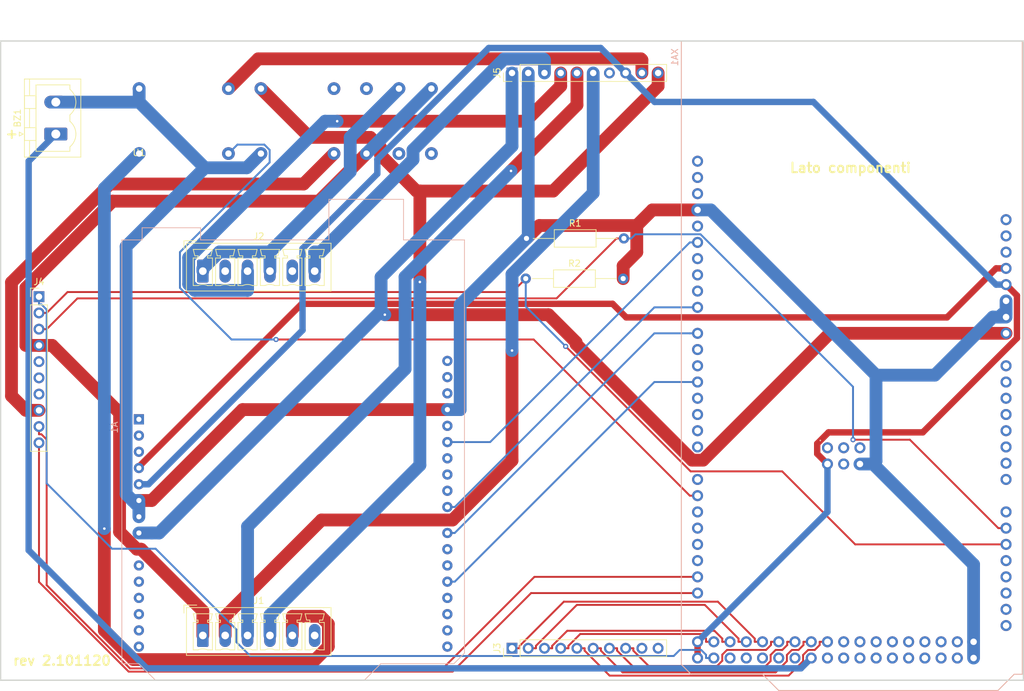
<source format=kicad_pcb>
(kicad_pcb (version 20171130) (host pcbnew "(5.0.2)-1")

  (general
    (thickness 1.6)
    (drawings 7)
    (tracks 334)
    (zones 0)
    (modules 11)
    (nets 129)
  )

  (page A4)
  (layers
    (0 F.Cu signal)
    (31 B.Cu signal)
    (32 B.Adhes user)
    (33 F.Adhes user)
    (34 B.Paste user)
    (35 F.Paste user)
    (36 B.SilkS user)
    (37 F.SilkS user)
    (38 B.Mask user)
    (39 F.Mask user)
    (40 Dwgs.User user)
    (41 Cmts.User user)
    (42 Eco1.User user)
    (43 Eco2.User user)
    (44 Edge.Cuts user)
    (45 Margin user)
    (46 B.CrtYd user)
    (47 F.CrtYd user)
    (48 B.Fab user)
    (49 F.Fab user)
  )

  (setup
    (last_trace_width 0.3)
    (trace_clearance 0.2)
    (zone_clearance 0.508)
    (zone_45_only no)
    (trace_min 0.2)
    (segment_width 0.2)
    (edge_width 0.15)
    (via_size 0.8)
    (via_drill 0.4)
    (via_min_size 0.4)
    (via_min_drill 0.3)
    (uvia_size 0.3)
    (uvia_drill 0.1)
    (uvias_allowed no)
    (uvia_min_size 0.2)
    (uvia_min_drill 0.1)
    (pcb_text_width 0.3)
    (pcb_text_size 1.5 1.5)
    (mod_edge_width 0.15)
    (mod_text_size 1 1)
    (mod_text_width 0.15)
    (pad_size 2 2)
    (pad_drill 1)
    (pad_to_mask_clearance 0.051)
    (solder_mask_min_width 0.25)
    (aux_axis_origin 0 0)
    (visible_elements 7FFFFFFF)
    (pcbplotparams
      (layerselection 0x010fc_ffffffff)
      (usegerberextensions false)
      (usegerberattributes false)
      (usegerberadvancedattributes false)
      (creategerberjobfile false)
      (excludeedgelayer true)
      (linewidth 0.100000)
      (plotframeref false)
      (viasonmask false)
      (mode 1)
      (useauxorigin false)
      (hpglpennumber 1)
      (hpglpenspeed 20)
      (hpglpendiameter 15.000000)
      (psnegative false)
      (psa4output false)
      (plotreference true)
      (plotvalue true)
      (plotinvisibletext false)
      (padsonsilk false)
      (subtractmaskfromsilk false)
      (outputformat 1)
      (mirror false)
      (drillshape 0)
      (scaleselection 1)
      (outputdirectory "../Gerber/Board_101120/main/"))
  )

  (net 0 "")
  (net 1 "Net-(A1-Pad32)")
  (net 2 "Net-(A1-Pad31)")
  (net 3 "Net-(A1-Pad1)")
  (net 4 "Net-(A1-Pad17)")
  (net 5 "Net-(A1-Pad2)")
  (net 6 "Net-(A1-Pad18)")
  (net 7 "Net-(A1-Pad3)")
  (net 8 "Net-(A1-Pad20)")
  (net 9 "Net-(A1-Pad21)")
  (net 10 "Net-(A1-Pad24)")
  (net 11 "Net-(A1-Pad9)")
  (net 12 "Net-(A1-Pad25)")
  (net 13 "Net-(A1-Pad10)")
  (net 14 "Net-(A1-Pad26)")
  (net 15 "Net-(A1-Pad11)")
  (net 16 "Net-(A1-Pad12)")
  (net 17 "Net-(A1-Pad28)")
  (net 18 "Net-(A1-Pad13)")
  (net 19 "Net-(A1-Pad14)")
  (net 20 "Net-(A1-Pad30)")
  (net 21 "Net-(A1-Pad15)")
  (net 22 "Net-(A1-Pad16)")
  (net 23 "Net-(XA1-PadRST2)")
  (net 24 "Net-(XA1-PadMOSI)")
  (net 25 "Net-(XA1-PadSCK)")
  (net 26 "Net-(XA1-PadA0)")
  (net 27 "Net-(XA1-PadRST1)")
  (net 28 "Net-(XA1-PadIORF)")
  (net 29 "Net-(XA1-PadD19)")
  (net 30 "Net-(XA1-PadD18)")
  (net 31 "Net-(XA1-PadD17)")
  (net 32 "Net-(XA1-PadD16)")
  (net 33 "Net-(XA1-PadD14)")
  (net 34 "Net-(XA1-PadD0)")
  (net 35 "Net-(XA1-PadD1)")
  (net 36 "Net-(XA1-PadD2)")
  (net 37 "Net-(XA1-PadD3)")
  (net 38 "Net-(XA1-PadD5)")
  (net 39 "Net-(XA1-PadD6)")
  (net 40 "Net-(XA1-PadD9)")
  (net 41 "Net-(XA1-PadD10)")
  (net 42 "Net-(XA1-PadSCL)")
  (net 43 "Net-(XA1-PadSDA)")
  (net 44 "Net-(XA1-PadAREF)")
  (net 45 "Net-(XA1-PadD13)")
  (net 46 "Net-(XA1-PadD11)")
  (net 47 "Net-(XA1-PadA1)")
  (net 48 "Net-(XA1-PadA2)")
  (net 49 "Net-(XA1-PadA3)")
  (net 50 "Net-(XA1-PadA4)")
  (net 51 "Net-(XA1-PadA5)")
  (net 52 "Net-(XA1-PadA6)")
  (net 53 "Net-(XA1-PadA7)")
  (net 54 "Net-(XA1-PadA8)")
  (net 55 "Net-(XA1-PadA11)")
  (net 56 "Net-(XA1-PadA12)")
  (net 57 "Net-(XA1-PadA13)")
  (net 58 "Net-(XA1-PadA14)")
  (net 59 "Net-(XA1-PadA15)")
  (net 60 "Net-(XA1-PadD25)")
  (net 61 "Net-(XA1-PadD27)")
  (net 62 "Net-(XA1-PadD29)")
  (net 63 "Net-(XA1-PadD31)")
  (net 64 "Net-(XA1-PadD33)")
  (net 65 "Net-(XA1-PadD37)")
  (net 66 "Net-(XA1-PadD39)")
  (net 67 "Net-(XA1-PadD40)")
  (net 68 "Net-(XA1-PadD41)")
  (net 69 "Net-(XA1-PadD42)")
  (net 70 "Net-(XA1-PadD43)")
  (net 71 "Net-(XA1-PadD44)")
  (net 72 "Net-(XA1-PadD45)")
  (net 73 "Net-(XA1-PadD46)")
  (net 74 "Net-(XA1-PadD47)")
  (net 75 "Net-(XA1-PadD48)")
  (net 76 "Net-(XA1-PadD49)")
  (net 77 "Net-(XA1-PadD50)")
  (net 78 "Net-(XA1-PadD51)")
  (net 79 "Net-(XA1-PadD52)")
  (net 80 "Net-(XA1-PadD53)")
  (net 81 "Net-(XA1-PadMISO)")
  (net 82 +5V)
  (net 83 GND)
  (net 84 SCL)
  (net 85 SDA)
  (net 86 Cella)
  (net 87 Ventola)
  (net 88 LED)
  (net 89 Buzzer)
  (net 90 +3V3)
  (net 91 K6NC)
  (net 92 "Net-(U1-Pad6)")
  (net 93 "Net-(U1-Pad7)")
  (net 94 startOUT)
  (net 95 startIN)
  (net 96 PW_CELLA_FAN)
  (net 97 CHK_MAIN_POWER)
  (net 98 LEDverde)
  (net 99 LEDrosso)
  (net 100 "Net-(J1-Pad6)")
  (net 101 K3cella)
  (net 102 "Net-(J2-Pad5)")
  (net 103 K4_ventola)
  (net 104 "Net-(J2-Pad2)")
  (net 105 FINE_CICLO_K6)
  (net 106 KR0)
  (net 107 KR1)
  (net 108 KR2)
  (net 109 KR3)
  (net 110 KC0)
  (net 111 KC1)
  (net 112 KC2)
  (net 113 KC3)
  (net 114 Vin_Arduino)
  (net 115 "Net-(J3-Pad9)")
  (net 116 "Net-(J3-Pad10)")
  (net 117 "Net-(J4-Pad7)")
  (net 118 "Net-(J4-Pad6)")
  (net 119 "Net-(J4-Pad5)")
  (net 120 ET1_A10)
  (net 121 DHT11)
  (net 122 ET2_A9)
  (net 123 gallIN)
  (net 124 "Net-(U1-Pad11)")
  (net 125 "Net-(U1-Pad10)")
  (net 126 24_EM)
  (net 127 "Net-(XA1-PadD38)")
  (net 128 "Net-(J5-Pad7)")

  (net_class Default "This is the default net class."
    (clearance 0.2)
    (trace_width 0.3)
    (via_dia 0.8)
    (via_drill 0.4)
    (uvia_dia 0.3)
    (uvia_drill 0.1)
    (add_net "Net-(J5-Pad7)")
    (add_net "Net-(U1-Pad10)")
    (add_net "Net-(U1-Pad11)")
    (add_net "Net-(XA1-PadD38)")
  )

  (net_class Power ""
    (clearance 0.2)
    (trace_width 2)
    (via_dia 0.8)
    (via_drill 0.4)
    (uvia_dia 0.3)
    (uvia_drill 0.1)
    (add_net 24_EM)
    (add_net GND)
    (add_net K3cella)
    (add_net K4_ventola)
    (add_net K6NC)
    (add_net LEDrosso)
    (add_net LEDverde)
    (add_net PW_CELLA_FAN)
    (add_net Vin_Arduino)
    (add_net gallIN)
    (add_net startIN)
    (add_net startOUT)
  )

  (net_class normale ""
    (clearance 0.2)
    (trace_width 0.3)
    (via_dia 0.8)
    (via_drill 0.4)
    (uvia_dia 0.3)
    (uvia_drill 0.1)
    (add_net CHK_MAIN_POWER)
    (add_net Cella)
    (add_net DHT11)
    (add_net ET1_A10)
    (add_net ET2_A9)
    (add_net FINE_CICLO_K6)
    (add_net KC0)
    (add_net KC1)
    (add_net KC2)
    (add_net KC3)
    (add_net KR0)
    (add_net KR1)
    (add_net KR2)
    (add_net KR3)
    (add_net LED)
    (add_net "Net-(A1-Pad1)")
    (add_net "Net-(A1-Pad10)")
    (add_net "Net-(A1-Pad11)")
    (add_net "Net-(A1-Pad12)")
    (add_net "Net-(A1-Pad13)")
    (add_net "Net-(A1-Pad14)")
    (add_net "Net-(A1-Pad15)")
    (add_net "Net-(A1-Pad16)")
    (add_net "Net-(A1-Pad17)")
    (add_net "Net-(A1-Pad18)")
    (add_net "Net-(A1-Pad2)")
    (add_net "Net-(A1-Pad20)")
    (add_net "Net-(A1-Pad21)")
    (add_net "Net-(A1-Pad24)")
    (add_net "Net-(A1-Pad25)")
    (add_net "Net-(A1-Pad26)")
    (add_net "Net-(A1-Pad28)")
    (add_net "Net-(A1-Pad3)")
    (add_net "Net-(A1-Pad30)")
    (add_net "Net-(A1-Pad31)")
    (add_net "Net-(A1-Pad32)")
    (add_net "Net-(A1-Pad9)")
    (add_net "Net-(J1-Pad6)")
    (add_net "Net-(J2-Pad2)")
    (add_net "Net-(J2-Pad5)")
    (add_net "Net-(J3-Pad10)")
    (add_net "Net-(J3-Pad9)")
    (add_net "Net-(J4-Pad5)")
    (add_net "Net-(J4-Pad6)")
    (add_net "Net-(J4-Pad7)")
    (add_net "Net-(U1-Pad6)")
    (add_net "Net-(U1-Pad7)")
    (add_net "Net-(XA1-PadA0)")
    (add_net "Net-(XA1-PadA1)")
    (add_net "Net-(XA1-PadA11)")
    (add_net "Net-(XA1-PadA12)")
    (add_net "Net-(XA1-PadA13)")
    (add_net "Net-(XA1-PadA14)")
    (add_net "Net-(XA1-PadA15)")
    (add_net "Net-(XA1-PadA2)")
    (add_net "Net-(XA1-PadA3)")
    (add_net "Net-(XA1-PadA4)")
    (add_net "Net-(XA1-PadA5)")
    (add_net "Net-(XA1-PadA6)")
    (add_net "Net-(XA1-PadA7)")
    (add_net "Net-(XA1-PadA8)")
    (add_net "Net-(XA1-PadAREF)")
    (add_net "Net-(XA1-PadD0)")
    (add_net "Net-(XA1-PadD1)")
    (add_net "Net-(XA1-PadD10)")
    (add_net "Net-(XA1-PadD11)")
    (add_net "Net-(XA1-PadD13)")
    (add_net "Net-(XA1-PadD14)")
    (add_net "Net-(XA1-PadD16)")
    (add_net "Net-(XA1-PadD17)")
    (add_net "Net-(XA1-PadD18)")
    (add_net "Net-(XA1-PadD19)")
    (add_net "Net-(XA1-PadD2)")
    (add_net "Net-(XA1-PadD25)")
    (add_net "Net-(XA1-PadD27)")
    (add_net "Net-(XA1-PadD29)")
    (add_net "Net-(XA1-PadD3)")
    (add_net "Net-(XA1-PadD31)")
    (add_net "Net-(XA1-PadD33)")
    (add_net "Net-(XA1-PadD37)")
    (add_net "Net-(XA1-PadD39)")
    (add_net "Net-(XA1-PadD40)")
    (add_net "Net-(XA1-PadD41)")
    (add_net "Net-(XA1-PadD42)")
    (add_net "Net-(XA1-PadD43)")
    (add_net "Net-(XA1-PadD44)")
    (add_net "Net-(XA1-PadD45)")
    (add_net "Net-(XA1-PadD46)")
    (add_net "Net-(XA1-PadD47)")
    (add_net "Net-(XA1-PadD48)")
    (add_net "Net-(XA1-PadD49)")
    (add_net "Net-(XA1-PadD5)")
    (add_net "Net-(XA1-PadD50)")
    (add_net "Net-(XA1-PadD51)")
    (add_net "Net-(XA1-PadD52)")
    (add_net "Net-(XA1-PadD53)")
    (add_net "Net-(XA1-PadD6)")
    (add_net "Net-(XA1-PadD9)")
    (add_net "Net-(XA1-PadIORF)")
    (add_net "Net-(XA1-PadMISO)")
    (add_net "Net-(XA1-PadMOSI)")
    (add_net "Net-(XA1-PadRST1)")
    (add_net "Net-(XA1-PadRST2)")
    (add_net "Net-(XA1-PadSCK)")
    (add_net "Net-(XA1-PadSCL)")
    (add_net "Net-(XA1-PadSDA)")
    (add_net SCL)
    (add_net SDA)
    (add_net Ventola)
  )

  (net_class semipower ""
    (clearance 0.2)
    (trace_width 1)
    (via_dia 0.8)
    (via_drill 0.4)
    (uvia_dia 0.3)
    (uvia_drill 0.1)
    (add_net +3V3)
    (add_net +5V)
    (add_net Buzzer)
  )

  (module Resistor_THT:R_Axial_DIN0207_L6.3mm_D2.5mm_P15.24mm_Horizontal (layer F.Cu) (tedit 5AE5139B) (tstamp 5FB80675)
    (at 82.15 37.17)
    (descr "Resistor, Axial_DIN0207 series, Axial, Horizontal, pin pitch=15.24mm, 0.25W = 1/4W, length*diameter=6.3*2.5mm^2, http://cdn-reichelt.de/documents/datenblatt/B400/1_4W%23YAG.pdf")
    (tags "Resistor Axial_DIN0207 series Axial Horizontal pin pitch 15.24mm 0.25W = 1/4W length 6.3mm diameter 2.5mm")
    (path /5FB580B2)
    (fp_text reference R2 (at 7.62 -2.37) (layer F.SilkS)
      (effects (font (size 1 1) (thickness 0.15)))
    )
    (fp_text value R (at 7.62 2.37) (layer F.Fab)
      (effects (font (size 1 1) (thickness 0.15)))
    )
    (fp_text user %R (at 7.62 0) (layer F.Fab)
      (effects (font (size 1 1) (thickness 0.15)))
    )
    (fp_line (start 16.29 -1.5) (end -1.05 -1.5) (layer F.CrtYd) (width 0.05))
    (fp_line (start 16.29 1.5) (end 16.29 -1.5) (layer F.CrtYd) (width 0.05))
    (fp_line (start -1.05 1.5) (end 16.29 1.5) (layer F.CrtYd) (width 0.05))
    (fp_line (start -1.05 -1.5) (end -1.05 1.5) (layer F.CrtYd) (width 0.05))
    (fp_line (start 14.2 0) (end 10.89 0) (layer F.SilkS) (width 0.12))
    (fp_line (start 1.04 0) (end 4.35 0) (layer F.SilkS) (width 0.12))
    (fp_line (start 10.89 -1.37) (end 4.35 -1.37) (layer F.SilkS) (width 0.12))
    (fp_line (start 10.89 1.37) (end 10.89 -1.37) (layer F.SilkS) (width 0.12))
    (fp_line (start 4.35 1.37) (end 10.89 1.37) (layer F.SilkS) (width 0.12))
    (fp_line (start 4.35 -1.37) (end 4.35 1.37) (layer F.SilkS) (width 0.12))
    (fp_line (start 15.24 0) (end 10.77 0) (layer F.Fab) (width 0.1))
    (fp_line (start 0 0) (end 4.47 0) (layer F.Fab) (width 0.1))
    (fp_line (start 10.77 -1.25) (end 4.47 -1.25) (layer F.Fab) (width 0.1))
    (fp_line (start 10.77 1.25) (end 10.77 -1.25) (layer F.Fab) (width 0.1))
    (fp_line (start 4.47 1.25) (end 10.77 1.25) (layer F.Fab) (width 0.1))
    (fp_line (start 4.47 -1.25) (end 4.47 1.25) (layer F.Fab) (width 0.1))
    (pad 2 thru_hole oval (at 15.24 0) (size 1.6 1.6) (drill 0.8) (layers *.Cu *.Mask)
      (net 83 GND))
    (pad 1 thru_hole circle (at 0 0) (size 1.6 1.6) (drill 0.8) (layers *.Cu *.Mask)
      (net 120 ET1_A10))
    (model ${KISYS3DMOD}/Resistor_THT.3dshapes/R_Axial_DIN0207_L6.3mm_D2.5mm_P15.24mm_Horizontal.wrl
      (at (xyz 0 0 0))
      (scale (xyz 1 1 1))
      (rotate (xyz 0 0 0))
    )
  )

  (module Resistor_THT:R_Axial_DIN0207_L6.3mm_D2.5mm_P15.24mm_Horizontal (layer F.Cu) (tedit 5AE5139B) (tstamp 5FB8065E)
    (at 82.265 30.885)
    (descr "Resistor, Axial_DIN0207 series, Axial, Horizontal, pin pitch=15.24mm, 0.25W = 1/4W, length*diameter=6.3*2.5mm^2, http://cdn-reichelt.de/documents/datenblatt/B400/1_4W%23YAG.pdf")
    (tags "Resistor Axial_DIN0207 series Axial Horizontal pin pitch 15.24mm 0.25W = 1/4W length 6.3mm diameter 2.5mm")
    (path /5FB5804E)
    (fp_text reference R1 (at 7.62 -2.37) (layer F.SilkS)
      (effects (font (size 1 1) (thickness 0.15)))
    )
    (fp_text value R (at 7.62 2.37) (layer F.Fab)
      (effects (font (size 1 1) (thickness 0.15)))
    )
    (fp_line (start 4.47 -1.25) (end 4.47 1.25) (layer F.Fab) (width 0.1))
    (fp_line (start 4.47 1.25) (end 10.77 1.25) (layer F.Fab) (width 0.1))
    (fp_line (start 10.77 1.25) (end 10.77 -1.25) (layer F.Fab) (width 0.1))
    (fp_line (start 10.77 -1.25) (end 4.47 -1.25) (layer F.Fab) (width 0.1))
    (fp_line (start 0 0) (end 4.47 0) (layer F.Fab) (width 0.1))
    (fp_line (start 15.24 0) (end 10.77 0) (layer F.Fab) (width 0.1))
    (fp_line (start 4.35 -1.37) (end 4.35 1.37) (layer F.SilkS) (width 0.12))
    (fp_line (start 4.35 1.37) (end 10.89 1.37) (layer F.SilkS) (width 0.12))
    (fp_line (start 10.89 1.37) (end 10.89 -1.37) (layer F.SilkS) (width 0.12))
    (fp_line (start 10.89 -1.37) (end 4.35 -1.37) (layer F.SilkS) (width 0.12))
    (fp_line (start 1.04 0) (end 4.35 0) (layer F.SilkS) (width 0.12))
    (fp_line (start 14.2 0) (end 10.89 0) (layer F.SilkS) (width 0.12))
    (fp_line (start -1.05 -1.5) (end -1.05 1.5) (layer F.CrtYd) (width 0.05))
    (fp_line (start -1.05 1.5) (end 16.29 1.5) (layer F.CrtYd) (width 0.05))
    (fp_line (start 16.29 1.5) (end 16.29 -1.5) (layer F.CrtYd) (width 0.05))
    (fp_line (start 16.29 -1.5) (end -1.05 -1.5) (layer F.CrtYd) (width 0.05))
    (fp_text user %R (at 7.62 0) (layer F.Fab)
      (effects (font (size 1 1) (thickness 0.15)))
    )
    (pad 1 thru_hole circle (at 0 0) (size 1.6 1.6) (drill 0.8) (layers *.Cu *.Mask)
      (net 83 GND))
    (pad 2 thru_hole oval (at 15.24 0) (size 1.6 1.6) (drill 0.8) (layers *.Cu *.Mask)
      (net 122 ET2_A9))
    (model ${KISYS3DMOD}/Resistor_THT.3dshapes/R_Axial_DIN0207_L6.3mm_D2.5mm_P15.24mm_Horizontal.wrl
      (at (xyz 0 0 0))
      (scale (xyz 1 1 1))
      (rotate (xyz 0 0 0))
    )
  )

  (module Steplab:G7SA-5A1B (layer F.Cu) (tedit 5FAAD21F) (tstamp 5FA27F32)
    (at 21.67 17.61)
    (path /5FA3C080)
    (fp_text reference U1 (at 0 -0.1305) (layer F.SilkS)
      (effects (font (size 1 1) (thickness 0.15)))
    )
    (fp_text value G7SA-5A1B (at 0 -0.5) (layer F.Fab)
      (effects (font (size 1 1) (thickness 0.15)))
    )
    (pad 13 thru_hole circle (at 13.97 -10.16) (size 2 2) (drill 1) (layers *.Cu *.Mask)
      (net 95 startIN))
    (pad 12 thru_hole circle (at 19.05 -10.16) (size 2 2) (drill 1) (layers *.Cu *.Mask)
      (net 94 startOUT))
    (pad 11 thru_hole circle (at 30.48 -10.16) (size 2 2) (drill 1) (layers *.Cu *.Mask)
      (net 124 "Net-(U1-Pad11)"))
    (pad 10 thru_hole circle (at 35.56 -10.16) (size 2 2) (drill 1) (layers *.Cu *.Mask)
      (net 125 "Net-(U1-Pad10)"))
    (pad 9 thru_hole circle (at 40.64 -10.16) (size 2 2) (drill 1) (layers *.Cu *.Mask)
      (net 96 PW_CELLA_FAN))
    (pad 8 thru_hole circle (at 45.72 -10.16) (size 2 2) (drill 1) (layers *.Cu *.Mask)
      (net 126 24_EM))
    (pad 7 thru_hole circle (at 45.72 0) (size 2 2) (drill 1) (layers *.Cu *.Mask)
      (net 93 "Net-(U1-Pad7)"))
    (pad 6 thru_hole circle (at 40.64 0) (size 2 2) (drill 1) (layers *.Cu *.Mask)
      (net 92 "Net-(U1-Pad6)"))
    (pad 5 thru_hole circle (at 35.56 0) (size 2 2) (drill 1) (layers *.Cu *.Mask)
      (net 126 24_EM))
    (pad 4 thru_hole circle (at 30.48 0) (size 2 2) (drill 1) (layers *.Cu *.Mask)
      (net 123 gallIN))
    (pad 3 thru_hole circle (at 19.05 0) (size 2 2) (drill 1) (layers *.Cu *.Mask)
      (net 83 GND))
    (pad 2 thru_hole circle (at 13.97 0) (size 2 2) (drill 1) (layers *.Cu *.Mask)
      (net 97 CHK_MAIN_POWER))
    (pad 1 thru_hole circle (at 0 -10.16) (size 2 2) (drill 1) (layers *.Cu *.Mask)
      (net 83 GND))
    (pad 0 thru_hole circle (at 0 0) (size 2 2) (drill 1) (layers *.Cu *.Mask)
      (net 91 K6NC))
  )

  (module Arduino:Arduino_Mega2560_Shield (layer B.Cu) (tedit 5A8605D3) (tstamp 5FEDBF6E)
    (at 159.83 0.01 270)
    (descr https://store.arduino.cc/arduino-mega-2560-rev3)
    (path /5FA15B80)
    (fp_text reference XA1 (at 2.54 54.356 270) (layer B.SilkS)
      (effects (font (size 1 1) (thickness 0.15)) (justify mirror))
    )
    (fp_text value Arduino_Mega2560_Shield (at 15.494 54.356 270) (layer B.Fab)
      (effects (font (size 1 1) (thickness 0.15)) (justify mirror))
    )
    (fp_line (start 9.525 32.385) (end -6.35 32.385) (layer F.CrtYd) (width 0.15))
    (fp_line (start 9.525 43.815) (end -6.35 43.815) (layer F.CrtYd) (width 0.15))
    (fp_line (start 9.525 43.815) (end 9.525 32.385) (layer F.CrtYd) (width 0.15))
    (fp_line (start -6.35 43.815) (end -6.35 32.385) (layer F.CrtYd) (width 0.15))
    (fp_text user . (at 62.484 32.004 270) (layer B.SilkS)
      (effects (font (size 1 1) (thickness 0.15)) (justify mirror))
    )
    (fp_line (start 11.43 12.065) (end 11.43 3.175) (layer F.CrtYd) (width 0.15))
    (fp_line (start -1.905 3.175) (end 11.43 3.175) (layer F.CrtYd) (width 0.15))
    (fp_line (start -1.905 12.065) (end -1.905 3.175) (layer F.CrtYd) (width 0.15))
    (fp_line (start -1.905 12.065) (end 11.43 12.065) (layer F.CrtYd) (width 0.15))
    (fp_line (start 0 53.34) (end 0 0) (layer B.SilkS) (width 0.15))
    (fp_line (start 99.06 40.64) (end 99.06 51.816) (layer B.SilkS) (width 0.15))
    (fp_line (start 101.6 38.1) (end 99.06 40.64) (layer B.SilkS) (width 0.15))
    (fp_line (start 101.6 3.81) (end 101.6 38.1) (layer B.SilkS) (width 0.15))
    (fp_line (start 99.06 1.27) (end 101.6 3.81) (layer B.SilkS) (width 0.15))
    (fp_line (start 99.06 0) (end 99.06 1.27) (layer B.SilkS) (width 0.15))
    (fp_line (start 97.536 53.34) (end 99.06 51.816) (layer B.SilkS) (width 0.15))
    (fp_line (start 0 0) (end 99.06 0) (layer B.SilkS) (width 0.15))
    (fp_line (start 0 53.34) (end 97.536 53.34) (layer B.SilkS) (width 0.15))
    (pad RST2 thru_hole oval (at 63.627 25.4 270) (size 1.7272 1.7272) (drill 1.016) (layers *.Cu *.Mask)
      (net 23 "Net-(XA1-PadRST2)"))
    (pad GND4 thru_hole oval (at 66.167 25.4 270) (size 1.7272 1.7272) (drill 1.016) (layers *.Cu *.Mask)
      (net 83 GND))
    (pad MOSI thru_hole oval (at 66.167 27.94 270) (size 1.7272 1.7272) (drill 1.016) (layers *.Cu *.Mask)
      (net 24 "Net-(XA1-PadMOSI)"))
    (pad SCK thru_hole oval (at 63.627 27.94 270) (size 1.7272 1.7272) (drill 1.016) (layers *.Cu *.Mask)
      (net 25 "Net-(XA1-PadSCK)"))
    (pad 5V2 thru_hole oval (at 66.167 30.48 270) (size 1.7272 1.7272) (drill 1.016) (layers *.Cu *.Mask)
      (net 82 +5V))
    (pad A0 thru_hole oval (at 50.8 2.54 270) (size 1.7272 1.7272) (drill 1.016) (layers *.Cu *.Mask)
      (net 26 "Net-(XA1-PadA0)"))
    (pad VIN thru_hole oval (at 45.72 2.54 270) (size 1.7272 1.7272) (drill 1.016) (layers *.Cu *.Mask)
      (net 114 Vin_Arduino))
    (pad GND3 thru_hole oval (at 43.18 2.54 270) (size 1.7272 1.7272) (drill 1.016) (layers *.Cu *.Mask)
      (net 83 GND))
    (pad GND2 thru_hole oval (at 40.64 2.54 270) (size 1.7272 1.7272) (drill 1.016) (layers *.Cu *.Mask)
      (net 83 GND))
    (pad 5V1 thru_hole oval (at 38.1 2.54 270) (size 1.7272 1.7272) (drill 1.016) (layers *.Cu *.Mask)
      (net 82 +5V))
    (pad 3V3 thru_hole oval (at 35.56 2.54 270) (size 1.7272 1.7272) (drill 1.016) (layers *.Cu *.Mask)
      (net 90 +3V3))
    (pad RST1 thru_hole oval (at 33.02 2.54 270) (size 1.7272 1.7272) (drill 1.016) (layers *.Cu *.Mask)
      (net 27 "Net-(XA1-PadRST1)"))
    (pad IORF thru_hole oval (at 30.48 2.54 270) (size 1.7272 1.7272) (drill 1.016) (layers *.Cu *.Mask)
      (net 28 "Net-(XA1-PadIORF)"))
    (pad D21 thru_hole oval (at 86.36 50.8 270) (size 1.7272 1.7272) (drill 1.016) (layers *.Cu *.Mask)
      (net 84 SCL))
    (pad D20 thru_hole oval (at 83.82 50.8 270) (size 1.7272 1.7272) (drill 1.016) (layers *.Cu *.Mask)
      (net 85 SDA))
    (pad D19 thru_hole oval (at 81.28 50.8 270) (size 1.7272 1.7272) (drill 1.016) (layers *.Cu *.Mask)
      (net 29 "Net-(XA1-PadD19)"))
    (pad D18 thru_hole oval (at 78.74 50.8 270) (size 1.7272 1.7272) (drill 1.016) (layers *.Cu *.Mask)
      (net 30 "Net-(XA1-PadD18)"))
    (pad D17 thru_hole oval (at 76.2 50.8 270) (size 1.7272 1.7272) (drill 1.016) (layers *.Cu *.Mask)
      (net 31 "Net-(XA1-PadD17)"))
    (pad D16 thru_hole oval (at 73.66 50.8 270) (size 1.7272 1.7272) (drill 1.016) (layers *.Cu *.Mask)
      (net 32 "Net-(XA1-PadD16)"))
    (pad D15 thru_hole oval (at 71.12 50.8 270) (size 1.7272 1.7272) (drill 1.016) (layers *.Cu *.Mask)
      (net 97 CHK_MAIN_POWER))
    (pad D14 thru_hole oval (at 68.58 50.8 270) (size 1.7272 1.7272) (drill 1.016) (layers *.Cu *.Mask)
      (net 33 "Net-(XA1-PadD14)"))
    (pad D0 thru_hole oval (at 63.5 50.8 270) (size 1.7272 1.7272) (drill 1.016) (layers *.Cu *.Mask)
      (net 34 "Net-(XA1-PadD0)"))
    (pad D1 thru_hole oval (at 60.96 50.8 270) (size 1.7272 1.7272) (drill 1.016) (layers *.Cu *.Mask)
      (net 35 "Net-(XA1-PadD1)"))
    (pad D2 thru_hole oval (at 58.42 50.8 270) (size 1.7272 1.7272) (drill 1.016) (layers *.Cu *.Mask)
      (net 36 "Net-(XA1-PadD2)"))
    (pad D3 thru_hole oval (at 55.88 50.8 270) (size 1.7272 1.7272) (drill 1.016) (layers *.Cu *.Mask)
      (net 37 "Net-(XA1-PadD3)"))
    (pad D4 thru_hole oval (at 53.34 50.8 270) (size 1.7272 1.7272) (drill 1.016) (layers *.Cu *.Mask)
      (net 86 Cella))
    (pad D5 thru_hole oval (at 50.8 50.8 270) (size 1.7272 1.7272) (drill 1.016) (layers *.Cu *.Mask)
      (net 38 "Net-(XA1-PadD5)"))
    (pad D6 thru_hole oval (at 48.26 50.8 270) (size 1.7272 1.7272) (drill 1.016) (layers *.Cu *.Mask)
      (net 39 "Net-(XA1-PadD6)"))
    (pad D7 thru_hole oval (at 45.72 50.8 270) (size 1.7272 1.7272) (drill 1.016) (layers *.Cu *.Mask)
      (net 87 Ventola))
    (pad GND1 thru_hole oval (at 26.416 50.8 270) (size 1.7272 1.7272) (drill 1.016) (layers *.Cu *.Mask)
      (net 83 GND))
    (pad D8 thru_hole oval (at 41.656 50.8 270) (size 1.7272 1.7272) (drill 1.016) (layers *.Cu *.Mask)
      (net 88 LED))
    (pad D9 thru_hole oval (at 39.116 50.8 270) (size 1.7272 1.7272) (drill 1.016) (layers *.Cu *.Mask)
      (net 40 "Net-(XA1-PadD9)"))
    (pad D10 thru_hole oval (at 36.576 50.8 270) (size 1.7272 1.7272) (drill 1.016) (layers *.Cu *.Mask)
      (net 41 "Net-(XA1-PadD10)"))
    (pad "" np_thru_hole circle (at 66.04 7.62 270) (size 3.2 3.2) (drill 3.2) (layers *.Cu *.Mask))
    (pad "" np_thru_hole circle (at 66.04 35.56 270) (size 3.2 3.2) (drill 3.2) (layers *.Cu *.Mask))
    (pad "" np_thru_hole circle (at 90.17 50.8 270) (size 3.2 3.2) (drill 3.2) (layers *.Cu *.Mask))
    (pad "" np_thru_hole circle (at 15.24 50.8 270) (size 3.2 3.2) (drill 3.2) (layers *.Cu *.Mask))
    (pad "" np_thru_hole circle (at 96.52 2.54 270) (size 3.2 3.2) (drill 3.2) (layers *.Cu *.Mask))
    (pad "" np_thru_hole circle (at 13.97 2.54 270) (size 3.2 3.2) (drill 3.2) (layers *.Cu *.Mask))
    (pad SCL thru_hole oval (at 18.796 50.8 270) (size 1.7272 1.7272) (drill 1.016) (layers *.Cu *.Mask)
      (net 42 "Net-(XA1-PadSCL)"))
    (pad SDA thru_hole oval (at 21.336 50.8 270) (size 1.7272 1.7272) (drill 1.016) (layers *.Cu *.Mask)
      (net 43 "Net-(XA1-PadSDA)"))
    (pad AREF thru_hole oval (at 23.876 50.8 270) (size 1.7272 1.7272) (drill 1.016) (layers *.Cu *.Mask)
      (net 44 "Net-(XA1-PadAREF)"))
    (pad D13 thru_hole oval (at 28.956 50.8 270) (size 1.7272 1.7272) (drill 1.016) (layers *.Cu *.Mask)
      (net 45 "Net-(XA1-PadD13)"))
    (pad D12 thru_hole oval (at 31.496 50.8 270) (size 1.7272 1.7272) (drill 1.016) (layers *.Cu *.Mask)
      (net 105 FINE_CICLO_K6))
    (pad D11 thru_hole oval (at 34.036 50.8 270) (size 1.7272 1.7272) (drill 1.016) (layers *.Cu *.Mask)
      (net 46 "Net-(XA1-PadD11)"))
    (pad "" thru_hole oval (at 27.94 2.54 270) (size 1.7272 1.7272) (drill 1.016) (layers *.Cu *.Mask))
    (pad A1 thru_hole oval (at 53.34 2.54 270) (size 1.7272 1.7272) (drill 1.016) (layers *.Cu *.Mask)
      (net 47 "Net-(XA1-PadA1)"))
    (pad A2 thru_hole oval (at 55.88 2.54 270) (size 1.7272 1.7272) (drill 1.016) (layers *.Cu *.Mask)
      (net 48 "Net-(XA1-PadA2)"))
    (pad A3 thru_hole oval (at 58.42 2.54 270) (size 1.7272 1.7272) (drill 1.016) (layers *.Cu *.Mask)
      (net 49 "Net-(XA1-PadA3)"))
    (pad A4 thru_hole oval (at 60.96 2.54 270) (size 1.7272 1.7272) (drill 1.016) (layers *.Cu *.Mask)
      (net 50 "Net-(XA1-PadA4)"))
    (pad A5 thru_hole oval (at 63.5 2.54 270) (size 1.7272 1.7272) (drill 1.016) (layers *.Cu *.Mask)
      (net 51 "Net-(XA1-PadA5)"))
    (pad A6 thru_hole oval (at 66.04 2.54 270) (size 1.7272 1.7272) (drill 1.016) (layers *.Cu *.Mask)
      (net 52 "Net-(XA1-PadA6)"))
    (pad A7 thru_hole oval (at 68.58 2.54 270) (size 1.7272 1.7272) (drill 1.016) (layers *.Cu *.Mask)
      (net 53 "Net-(XA1-PadA7)"))
    (pad A8 thru_hole oval (at 73.66 2.54 270) (size 1.7272 1.7272) (drill 1.016) (layers *.Cu *.Mask)
      (net 54 "Net-(XA1-PadA8)"))
    (pad A9 thru_hole oval (at 76.2 2.54 270) (size 1.7272 1.7272) (drill 1.016) (layers *.Cu *.Mask)
      (net 122 ET2_A9))
    (pad A10 thru_hole oval (at 78.74 2.54 270) (size 1.7272 1.7272) (drill 1.016) (layers *.Cu *.Mask)
      (net 120 ET1_A10))
    (pad A11 thru_hole oval (at 81.28 2.54 270) (size 1.7272 1.7272) (drill 1.016) (layers *.Cu *.Mask)
      (net 55 "Net-(XA1-PadA11)"))
    (pad A12 thru_hole oval (at 83.82 2.54 270) (size 1.7272 1.7272) (drill 1.016) (layers *.Cu *.Mask)
      (net 56 "Net-(XA1-PadA12)"))
    (pad A13 thru_hole oval (at 86.36 2.54 270) (size 1.7272 1.7272) (drill 1.016) (layers *.Cu *.Mask)
      (net 57 "Net-(XA1-PadA13)"))
    (pad A14 thru_hole oval (at 88.9 2.54 270) (size 1.7272 1.7272) (drill 1.016) (layers *.Cu *.Mask)
      (net 58 "Net-(XA1-PadA14)"))
    (pad A15 thru_hole oval (at 91.44 2.54 270) (size 1.7272 1.7272) (drill 1.016) (layers *.Cu *.Mask)
      (net 59 "Net-(XA1-PadA15)"))
    (pad 5V3 thru_hole oval (at 93.98 50.8 270) (size 1.7272 1.7272) (drill 1.016) (layers *.Cu *.Mask)
      (net 82 +5V))
    (pad 5V4 thru_hole oval (at 96.52 50.8 270) (size 1.7272 1.7272) (drill 1.016) (layers *.Cu *.Mask)
      (net 82 +5V))
    (pad D22 thru_hole oval (at 93.98 48.26 270) (size 1.7272 1.7272) (drill 1.016) (layers *.Cu *.Mask)
      (net 109 KR3))
    (pad D23 thru_hole oval (at 96.52 48.26 270) (size 1.7272 1.7272) (drill 1.016) (layers *.Cu *.Mask)
      (net 121 DHT11))
    (pad D24 thru_hole oval (at 93.98 45.72 270) (size 1.7272 1.7272) (drill 1.016) (layers *.Cu *.Mask)
      (net 108 KR2))
    (pad D25 thru_hole oval (at 96.52 45.72 270) (size 1.7272 1.7272) (drill 1.016) (layers *.Cu *.Mask)
      (net 60 "Net-(XA1-PadD25)"))
    (pad D26 thru_hole oval (at 93.98 43.18 270) (size 1.7272 1.7272) (drill 1.016) (layers *.Cu *.Mask)
      (net 107 KR1))
    (pad D27 thru_hole oval (at 96.52 43.18 270) (size 1.7272 1.7272) (drill 1.016) (layers *.Cu *.Mask)
      (net 61 "Net-(XA1-PadD27)"))
    (pad D28 thru_hole oval (at 93.98 40.64 270) (size 1.7272 1.7272) (drill 1.016) (layers *.Cu *.Mask)
      (net 106 KR0))
    (pad D29 thru_hole oval (at 96.52 40.64 270) (size 1.7272 1.7272) (drill 1.016) (layers *.Cu *.Mask)
      (net 62 "Net-(XA1-PadD29)"))
    (pad D30 thru_hole oval (at 93.98 38.1 270) (size 1.7272 1.7272) (drill 1.016) (layers *.Cu *.Mask)
      (net 113 KC3))
    (pad D31 thru_hole oval (at 96.52 38.1 270) (size 1.7272 1.7272) (drill 1.016) (layers *.Cu *.Mask)
      (net 63 "Net-(XA1-PadD31)"))
    (pad D32 thru_hole oval (at 93.98 35.56 270) (size 1.7272 1.7272) (drill 1.016) (layers *.Cu *.Mask)
      (net 112 KC2))
    (pad D33 thru_hole oval (at 96.52 35.56 270) (size 1.7272 1.7272) (drill 1.016) (layers *.Cu *.Mask)
      (net 64 "Net-(XA1-PadD33)"))
    (pad D34 thru_hole oval (at 93.98 33.02 270) (size 1.7272 1.7272) (drill 1.016) (layers *.Cu *.Mask)
      (net 111 KC1))
    (pad D35 thru_hole oval (at 96.52 33.02 270) (size 1.7272 1.7272) (drill 1.016) (layers *.Cu *.Mask)
      (net 89 Buzzer))
    (pad D36 thru_hole oval (at 93.98 30.48 270) (size 1.7272 1.7272) (drill 1.016) (layers *.Cu *.Mask)
      (net 110 KC0))
    (pad D37 thru_hole oval (at 96.52 30.48 270) (size 1.7272 1.7272) (drill 1.016) (layers *.Cu *.Mask)
      (net 65 "Net-(XA1-PadD37)"))
    (pad D38 thru_hole oval (at 93.98 27.94 270) (size 1.7272 1.7272) (drill 1.016) (layers *.Cu *.Mask)
      (net 127 "Net-(XA1-PadD38)"))
    (pad D39 thru_hole oval (at 96.52 27.94 270) (size 1.7272 1.7272) (drill 1.016) (layers *.Cu *.Mask)
      (net 66 "Net-(XA1-PadD39)"))
    (pad D40 thru_hole oval (at 93.98 25.4 270) (size 1.7272 1.7272) (drill 1.016) (layers *.Cu *.Mask)
      (net 67 "Net-(XA1-PadD40)"))
    (pad D41 thru_hole oval (at 96.52 25.4 270) (size 1.7272 1.7272) (drill 1.016) (layers *.Cu *.Mask)
      (net 68 "Net-(XA1-PadD41)"))
    (pad D42 thru_hole oval (at 93.98 22.86 270) (size 1.7272 1.7272) (drill 1.016) (layers *.Cu *.Mask)
      (net 69 "Net-(XA1-PadD42)"))
    (pad D43 thru_hole oval (at 96.52 22.86 270) (size 1.7272 1.7272) (drill 1.016) (layers *.Cu *.Mask)
      (net 70 "Net-(XA1-PadD43)"))
    (pad D44 thru_hole oval (at 93.98 20.32 270) (size 1.7272 1.7272) (drill 1.016) (layers *.Cu *.Mask)
      (net 71 "Net-(XA1-PadD44)"))
    (pad D45 thru_hole oval (at 96.52 20.32 270) (size 1.7272 1.7272) (drill 1.016) (layers *.Cu *.Mask)
      (net 72 "Net-(XA1-PadD45)"))
    (pad D46 thru_hole oval (at 93.98 17.78 270) (size 1.7272 1.7272) (drill 1.016) (layers *.Cu *.Mask)
      (net 73 "Net-(XA1-PadD46)"))
    (pad D47 thru_hole oval (at 96.52 17.78 270) (size 1.7272 1.7272) (drill 1.016) (layers *.Cu *.Mask)
      (net 74 "Net-(XA1-PadD47)"))
    (pad D48 thru_hole oval (at 93.98 15.24 270) (size 1.7272 1.7272) (drill 1.016) (layers *.Cu *.Mask)
      (net 75 "Net-(XA1-PadD48)"))
    (pad D49 thru_hole oval (at 96.52 15.24 270) (size 1.7272 1.7272) (drill 1.016) (layers *.Cu *.Mask)
      (net 76 "Net-(XA1-PadD49)"))
    (pad D50 thru_hole oval (at 93.98 12.7 270) (size 1.7272 1.7272) (drill 1.016) (layers *.Cu *.Mask)
      (net 77 "Net-(XA1-PadD50)"))
    (pad D51 thru_hole oval (at 96.52 12.7 270) (size 1.7272 1.7272) (drill 1.016) (layers *.Cu *.Mask)
      (net 78 "Net-(XA1-PadD51)"))
    (pad D52 thru_hole oval (at 93.98 10.16 270) (size 1.7272 1.7272) (drill 1.016) (layers *.Cu *.Mask)
      (net 79 "Net-(XA1-PadD52)"))
    (pad D53 thru_hole oval (at 96.52 10.16 270) (size 1.7272 1.7272) (drill 1.016) (layers *.Cu *.Mask)
      (net 80 "Net-(XA1-PadD53)"))
    (pad GND5 thru_hole oval (at 93.98 7.62 270) (size 1.7272 1.7272) (drill 1.016) (layers *.Cu *.Mask)
      (net 83 GND))
    (pad GND6 thru_hole oval (at 96.52 7.62 270) (size 1.7272 1.7272) (drill 1.016) (layers *.Cu *.Mask)
      (net 83 GND))
    (pad MISO thru_hole oval (at 63.627 30.48 270) (size 1.7272 1.7272) (drill 1.016) (layers *.Cu *.Mask)
      (net 81 "Net-(XA1-PadMISO)"))
  )

  (module Connector_PinHeader_2.54mm:PinHeader_1x10_P2.54mm_Vertical (layer F.Cu) (tedit 59FED5CC) (tstamp 5FAFE391)
    (at 80 5 90)
    (descr "Through hole straight pin header, 1x10, 2.54mm pitch, single row")
    (tags "Through hole pin header THT 1x10 2.54mm single row")
    (path /5FA65A48)
    (fp_text reference J5 (at 0 -2.33 90) (layer F.SilkS)
      (effects (font (size 1 1) (thickness 0.15)))
    )
    (fp_text value power_up_dw (at 0 25.19 90) (layer F.Fab)
      (effects (font (size 1 1) (thickness 0.15)))
    )
    (fp_line (start -0.635 -1.27) (end 1.27 -1.27) (layer F.Fab) (width 0.1))
    (fp_line (start 1.27 -1.27) (end 1.27 24.13) (layer F.Fab) (width 0.1))
    (fp_line (start 1.27 24.13) (end -1.27 24.13) (layer F.Fab) (width 0.1))
    (fp_line (start -1.27 24.13) (end -1.27 -0.635) (layer F.Fab) (width 0.1))
    (fp_line (start -1.27 -0.635) (end -0.635 -1.27) (layer F.Fab) (width 0.1))
    (fp_line (start -1.33 24.19) (end 1.33 24.19) (layer F.SilkS) (width 0.12))
    (fp_line (start -1.33 1.27) (end -1.33 24.19) (layer F.SilkS) (width 0.12))
    (fp_line (start 1.33 1.27) (end 1.33 24.19) (layer F.SilkS) (width 0.12))
    (fp_line (start -1.33 1.27) (end 1.33 1.27) (layer F.SilkS) (width 0.12))
    (fp_line (start -1.33 0) (end -1.33 -1.33) (layer F.SilkS) (width 0.12))
    (fp_line (start -1.33 -1.33) (end 0 -1.33) (layer F.SilkS) (width 0.12))
    (fp_line (start -1.8 -1.8) (end -1.8 24.65) (layer F.CrtYd) (width 0.05))
    (fp_line (start -1.8 24.65) (end 1.8 24.65) (layer F.CrtYd) (width 0.05))
    (fp_line (start 1.8 24.65) (end 1.8 -1.8) (layer F.CrtYd) (width 0.05))
    (fp_line (start 1.8 -1.8) (end -1.8 -1.8) (layer F.CrtYd) (width 0.05))
    (fp_text user %R (at 0 11.43 180) (layer F.Fab)
      (effects (font (size 1 1) (thickness 0.15)))
    )
    (pad 1 thru_hole rect (at 0 0 90) (size 1.7 1.7) (drill 1) (layers *.Cu *.Mask)
      (net 114 Vin_Arduino))
    (pad 2 thru_hole oval (at 0 2.54 90) (size 1.7 1.7) (drill 1) (layers *.Cu *.Mask)
      (net 83 GND))
    (pad 3 thru_hole oval (at 0 5.08 90) (size 1.7 1.7) (drill 1) (layers *.Cu *.Mask)
      (net 101 K3cella))
    (pad 4 thru_hole oval (at 0 7.62 90) (size 1.7 1.7) (drill 1) (layers *.Cu *.Mask)
      (net 103 K4_ventola))
    (pad 5 thru_hole oval (at 0 10.16 90) (size 1.7 1.7) (drill 1) (layers *.Cu *.Mask)
      (net 99 LEDrosso))
    (pad 6 thru_hole oval (at 0 12.7 90) (size 1.7 1.7) (drill 1) (layers *.Cu *.Mask)
      (net 98 LEDverde))
    (pad 7 thru_hole oval (at 0 15.24 90) (size 1.7 1.7) (drill 1) (layers *.Cu *.Mask)
      (net 128 "Net-(J5-Pad7)"))
    (pad 8 thru_hole oval (at 0 17.78 90) (size 1.7 1.7) (drill 1) (layers *.Cu *.Mask)
      (net 82 +5V))
    (pad 9 thru_hole oval (at 0 20.32 90) (size 1.7 1.7) (drill 1) (layers *.Cu *.Mask)
      (net 95 startIN))
    (pad 10 thru_hole oval (at 0 22.86 90) (size 1.7 1.7) (drill 1) (layers *.Cu *.Mask)
      (net 94 startOUT))
    (model ${KISYS3DMOD}/Connector_PinHeader_2.54mm.3dshapes/PinHeader_1x10_P2.54mm_Vertical.wrl
      (at (xyz 0 0 0))
      (scale (xyz 1 1 1))
      (rotate (xyz 0 0 0))
    )
  )

  (module Connector_PinHeader_2.54mm:PinHeader_1x10_P2.54mm_Vertical (layer F.Cu) (tedit 59FED5CC) (tstamp 5FAFE373)
    (at 6 40)
    (descr "Through hole straight pin header, 1x10, 2.54mm pitch, single row")
    (tags "Through hole pin header THT 1x10 2.54mm single row")
    (path /5FA65974)
    (fp_text reference J4 (at 0 -2.33) (layer F.SilkS)
      (effects (font (size 1 1) (thickness 0.15)))
    )
    (fp_text value sens_up_dw (at 0 25.19) (layer F.Fab)
      (effects (font (size 1 1) (thickness 0.15)))
    )
    (fp_text user %R (at 0 11.43 90) (layer F.Fab)
      (effects (font (size 1 1) (thickness 0.15)))
    )
    (fp_line (start 1.8 -1.8) (end -1.8 -1.8) (layer F.CrtYd) (width 0.05))
    (fp_line (start 1.8 24.65) (end 1.8 -1.8) (layer F.CrtYd) (width 0.05))
    (fp_line (start -1.8 24.65) (end 1.8 24.65) (layer F.CrtYd) (width 0.05))
    (fp_line (start -1.8 -1.8) (end -1.8 24.65) (layer F.CrtYd) (width 0.05))
    (fp_line (start -1.33 -1.33) (end 0 -1.33) (layer F.SilkS) (width 0.12))
    (fp_line (start -1.33 0) (end -1.33 -1.33) (layer F.SilkS) (width 0.12))
    (fp_line (start -1.33 1.27) (end 1.33 1.27) (layer F.SilkS) (width 0.12))
    (fp_line (start 1.33 1.27) (end 1.33 24.19) (layer F.SilkS) (width 0.12))
    (fp_line (start -1.33 1.27) (end -1.33 24.19) (layer F.SilkS) (width 0.12))
    (fp_line (start -1.33 24.19) (end 1.33 24.19) (layer F.SilkS) (width 0.12))
    (fp_line (start -1.27 -0.635) (end -0.635 -1.27) (layer F.Fab) (width 0.1))
    (fp_line (start -1.27 24.13) (end -1.27 -0.635) (layer F.Fab) (width 0.1))
    (fp_line (start 1.27 24.13) (end -1.27 24.13) (layer F.Fab) (width 0.1))
    (fp_line (start 1.27 -1.27) (end 1.27 24.13) (layer F.Fab) (width 0.1))
    (fp_line (start -0.635 -1.27) (end 1.27 -1.27) (layer F.Fab) (width 0.1))
    (pad 10 thru_hole oval (at 0 22.86) (size 1.7 1.7) (drill 1) (layers *.Cu *.Mask)
      (net 84 SCL))
    (pad 9 thru_hole oval (at 0 20.32) (size 1.7 1.7) (drill 1) (layers *.Cu *.Mask)
      (net 85 SDA))
    (pad 8 thru_hole oval (at 0 17.78) (size 1.7 1.7) (drill 1) (layers *.Cu *.Mask)
      (net 123 gallIN))
    (pad 7 thru_hole oval (at 0 15.24) (size 1.7 1.7) (drill 1) (layers *.Cu *.Mask)
      (net 117 "Net-(J4-Pad7)"))
    (pad 6 thru_hole oval (at 0 12.7) (size 1.7 1.7) (drill 1) (layers *.Cu *.Mask)
      (net 118 "Net-(J4-Pad6)"))
    (pad 5 thru_hole oval (at 0 10.16) (size 1.7 1.7) (drill 1) (layers *.Cu *.Mask)
      (net 119 "Net-(J4-Pad5)"))
    (pad 4 thru_hole oval (at 0 7.62) (size 1.7 1.7) (drill 1) (layers *.Cu *.Mask)
      (net 126 24_EM))
    (pad 3 thru_hole oval (at 0 5.08) (size 1.7 1.7) (drill 1) (layers *.Cu *.Mask)
      (net 122 ET2_A9))
    (pad 2 thru_hole oval (at 0 2.54) (size 1.7 1.7) (drill 1) (layers *.Cu *.Mask)
      (net 120 ET1_A10))
    (pad 1 thru_hole rect (at 0 0) (size 1.7 1.7) (drill 1) (layers *.Cu *.Mask)
      (net 121 DHT11))
    (model ${KISYS3DMOD}/Connector_PinHeader_2.54mm.3dshapes/PinHeader_1x10_P2.54mm_Vertical.wrl
      (at (xyz 0 0 0))
      (scale (xyz 1 1 1))
      (rotate (xyz 0 0 0))
    )
  )

  (module Connector_PinHeader_2.54mm:PinHeader_1x10_P2.54mm_Vertical (layer F.Cu) (tedit 59FED5CC) (tstamp 5FAFE339)
    (at 80 95 90)
    (descr "Through hole straight pin header, 1x10, 2.54mm pitch, single row")
    (tags "Through hole pin header THT 1x10 2.54mm single row")
    (path /5FA65914)
    (fp_text reference J3 (at 0 -2.33 90) (layer F.SilkS)
      (effects (font (size 1 1) (thickness 0.15)))
    )
    (fp_text value kb_up_dw (at 0 25.19 90) (layer F.Fab)
      (effects (font (size 1 1) (thickness 0.15)))
    )
    (fp_line (start -0.635 -1.27) (end 1.27 -1.27) (layer F.Fab) (width 0.1))
    (fp_line (start 1.27 -1.27) (end 1.27 24.13) (layer F.Fab) (width 0.1))
    (fp_line (start 1.27 24.13) (end -1.27 24.13) (layer F.Fab) (width 0.1))
    (fp_line (start -1.27 24.13) (end -1.27 -0.635) (layer F.Fab) (width 0.1))
    (fp_line (start -1.27 -0.635) (end -0.635 -1.27) (layer F.Fab) (width 0.1))
    (fp_line (start -1.33 24.19) (end 1.33 24.19) (layer F.SilkS) (width 0.12))
    (fp_line (start -1.33 1.27) (end -1.33 24.19) (layer F.SilkS) (width 0.12))
    (fp_line (start 1.33 1.27) (end 1.33 24.19) (layer F.SilkS) (width 0.12))
    (fp_line (start -1.33 1.27) (end 1.33 1.27) (layer F.SilkS) (width 0.12))
    (fp_line (start -1.33 0) (end -1.33 -1.33) (layer F.SilkS) (width 0.12))
    (fp_line (start -1.33 -1.33) (end 0 -1.33) (layer F.SilkS) (width 0.12))
    (fp_line (start -1.8 -1.8) (end -1.8 24.65) (layer F.CrtYd) (width 0.05))
    (fp_line (start -1.8 24.65) (end 1.8 24.65) (layer F.CrtYd) (width 0.05))
    (fp_line (start 1.8 24.65) (end 1.8 -1.8) (layer F.CrtYd) (width 0.05))
    (fp_line (start 1.8 -1.8) (end -1.8 -1.8) (layer F.CrtYd) (width 0.05))
    (fp_text user %R (at 0 11.43 180) (layer F.Fab)
      (effects (font (size 1 1) (thickness 0.15)))
    )
    (pad 1 thru_hole rect (at 0 0 90) (size 1.7 1.7) (drill 1) (layers *.Cu *.Mask)
      (net 106 KR0))
    (pad 2 thru_hole oval (at 0 2.54 90) (size 1.7 1.7) (drill 1) (layers *.Cu *.Mask)
      (net 107 KR1))
    (pad 3 thru_hole oval (at 0 5.08 90) (size 1.7 1.7) (drill 1) (layers *.Cu *.Mask)
      (net 108 KR2))
    (pad 4 thru_hole oval (at 0 7.62 90) (size 1.7 1.7) (drill 1) (layers *.Cu *.Mask)
      (net 109 KR3))
    (pad 5 thru_hole oval (at 0 10.16 90) (size 1.7 1.7) (drill 1) (layers *.Cu *.Mask)
      (net 110 KC0))
    (pad 6 thru_hole oval (at 0 12.7 90) (size 1.7 1.7) (drill 1) (layers *.Cu *.Mask)
      (net 111 KC1))
    (pad 7 thru_hole oval (at 0 15.24 90) (size 1.7 1.7) (drill 1) (layers *.Cu *.Mask)
      (net 112 KC2))
    (pad 8 thru_hole oval (at 0 17.78 90) (size 1.7 1.7) (drill 1) (layers *.Cu *.Mask)
      (net 113 KC3))
    (pad 9 thru_hole oval (at 0 20.32 90) (size 1.7 1.7) (drill 1) (layers *.Cu *.Mask)
      (net 115 "Net-(J3-Pad9)"))
    (pad 10 thru_hole oval (at 0 22.86 90) (size 1.7 1.7) (drill 1) (layers *.Cu *.Mask)
      (net 116 "Net-(J3-Pad10)"))
    (model ${KISYS3DMOD}/Connector_PinHeader_2.54mm.3dshapes/PinHeader_1x10_P2.54mm_Vertical.wrl
      (at (xyz 0 0 0))
      (scale (xyz 1 1 1))
      (rotate (xyz 0 0 0))
    )
  )

  (module Connector_Phoenix_MC:PhoenixContact_MCV_1,5_6-G-3.5_1x06_P3.50mm_Vertical (layer F.Cu) (tedit 5B784ED0) (tstamp 5FAFA85D)
    (at 31.63 36)
    (descr "Generic Phoenix Contact connector footprint for: MCV_1,5/6-G-3.5; number of pins: 06; pin pitch: 3.50mm; Vertical || order number: 1843648 8A 160V")
    (tags "phoenix_contact connector MCV_01x06_G_3.5mm")
    (path /5FA47DD8)
    (fp_text reference J2 (at 8.75 -5.45) (layer F.SilkS)
      (effects (font (size 1 1) (thickness 0.15)))
    )
    (fp_text value "RELE K4 K3" (at 8.75 4.2) (layer F.Fab)
      (effects (font (size 1 1) (thickness 0.15)))
    )
    (fp_text user %R (at 8.75 -3.55) (layer F.Fab)
      (effects (font (size 1 1) (thickness 0.15)))
    )
    (fp_line (start -2.95 -4.75) (end -0.95 -4.75) (layer F.Fab) (width 0.1))
    (fp_line (start -2.95 -3.5) (end -2.95 -4.75) (layer F.Fab) (width 0.1))
    (fp_line (start -2.95 -4.75) (end -0.95 -4.75) (layer F.SilkS) (width 0.12))
    (fp_line (start -2.95 -3.5) (end -2.95 -4.75) (layer F.SilkS) (width 0.12))
    (fp_line (start 20.45 -4.75) (end -2.95 -4.75) (layer F.CrtYd) (width 0.05))
    (fp_line (start 20.45 3.5) (end 20.45 -4.75) (layer F.CrtYd) (width 0.05))
    (fp_line (start -2.95 3.5) (end 20.45 3.5) (layer F.CrtYd) (width 0.05))
    (fp_line (start -2.95 -4.75) (end -2.95 3.5) (layer F.CrtYd) (width 0.05))
    (fp_line (start 19 2.25) (end 18.25 2.25) (layer F.SilkS) (width 0.12))
    (fp_line (start 19 -2.05) (end 19 2.25) (layer F.SilkS) (width 0.12))
    (fp_line (start 18.25 -2.05) (end 19 -2.05) (layer F.SilkS) (width 0.12))
    (fp_line (start 18.25 -2.4) (end 18.25 -2.05) (layer F.SilkS) (width 0.12))
    (fp_line (start 18.75 -2.4) (end 18.25 -2.4) (layer F.SilkS) (width 0.12))
    (fp_line (start 19 -3.4) (end 18.75 -2.4) (layer F.SilkS) (width 0.12))
    (fp_line (start 16 -3.4) (end 19 -3.4) (layer F.SilkS) (width 0.12))
    (fp_line (start 16.25 -2.4) (end 16 -3.4) (layer F.SilkS) (width 0.12))
    (fp_line (start 16.75 -2.4) (end 16.25 -2.4) (layer F.SilkS) (width 0.12))
    (fp_line (start 16.75 -2.05) (end 16.75 -2.4) (layer F.SilkS) (width 0.12))
    (fp_line (start 16 -2.05) (end 16.75 -2.05) (layer F.SilkS) (width 0.12))
    (fp_line (start 16 2.25) (end 16 -2.05) (layer F.SilkS) (width 0.12))
    (fp_line (start 16.75 2.25) (end 16 2.25) (layer F.SilkS) (width 0.12))
    (fp_line (start 15.5 2.25) (end 14.75 2.25) (layer F.SilkS) (width 0.12))
    (fp_line (start 15.5 -2.05) (end 15.5 2.25) (layer F.SilkS) (width 0.12))
    (fp_line (start 14.75 -2.05) (end 15.5 -2.05) (layer F.SilkS) (width 0.12))
    (fp_line (start 14.75 -2.4) (end 14.75 -2.05) (layer F.SilkS) (width 0.12))
    (fp_line (start 15.25 -2.4) (end 14.75 -2.4) (layer F.SilkS) (width 0.12))
    (fp_line (start 15.5 -3.4) (end 15.25 -2.4) (layer F.SilkS) (width 0.12))
    (fp_line (start 12.5 -3.4) (end 15.5 -3.4) (layer F.SilkS) (width 0.12))
    (fp_line (start 12.75 -2.4) (end 12.5 -3.4) (layer F.SilkS) (width 0.12))
    (fp_line (start 13.25 -2.4) (end 12.75 -2.4) (layer F.SilkS) (width 0.12))
    (fp_line (start 13.25 -2.05) (end 13.25 -2.4) (layer F.SilkS) (width 0.12))
    (fp_line (start 12.5 -2.05) (end 13.25 -2.05) (layer F.SilkS) (width 0.12))
    (fp_line (start 12.5 2.25) (end 12.5 -2.05) (layer F.SilkS) (width 0.12))
    (fp_line (start 13.25 2.25) (end 12.5 2.25) (layer F.SilkS) (width 0.12))
    (fp_line (start 12 2.25) (end 11.25 2.25) (layer F.SilkS) (width 0.12))
    (fp_line (start 12 -2.05) (end 12 2.25) (layer F.SilkS) (width 0.12))
    (fp_line (start 11.25 -2.05) (end 12 -2.05) (layer F.SilkS) (width 0.12))
    (fp_line (start 11.25 -2.4) (end 11.25 -2.05) (layer F.SilkS) (width 0.12))
    (fp_line (start 11.75 -2.4) (end 11.25 -2.4) (layer F.SilkS) (width 0.12))
    (fp_line (start 12 -3.4) (end 11.75 -2.4) (layer F.SilkS) (width 0.12))
    (fp_line (start 9 -3.4) (end 12 -3.4) (layer F.SilkS) (width 0.12))
    (fp_line (start 9.25 -2.4) (end 9 -3.4) (layer F.SilkS) (width 0.12))
    (fp_line (start 9.75 -2.4) (end 9.25 -2.4) (layer F.SilkS) (width 0.12))
    (fp_line (start 9.75 -2.05) (end 9.75 -2.4) (layer F.SilkS) (width 0.12))
    (fp_line (start 9 -2.05) (end 9.75 -2.05) (layer F.SilkS) (width 0.12))
    (fp_line (start 9 2.25) (end 9 -2.05) (layer F.SilkS) (width 0.12))
    (fp_line (start 9.75 2.25) (end 9 2.25) (layer F.SilkS) (width 0.12))
    (fp_line (start 8.5 2.25) (end 7.75 2.25) (layer F.SilkS) (width 0.12))
    (fp_line (start 8.5 -2.05) (end 8.5 2.25) (layer F.SilkS) (width 0.12))
    (fp_line (start 7.75 -2.05) (end 8.5 -2.05) (layer F.SilkS) (width 0.12))
    (fp_line (start 7.75 -2.4) (end 7.75 -2.05) (layer F.SilkS) (width 0.12))
    (fp_line (start 8.25 -2.4) (end 7.75 -2.4) (layer F.SilkS) (width 0.12))
    (fp_line (start 8.5 -3.4) (end 8.25 -2.4) (layer F.SilkS) (width 0.12))
    (fp_line (start 5.5 -3.4) (end 8.5 -3.4) (layer F.SilkS) (width 0.12))
    (fp_line (start 5.75 -2.4) (end 5.5 -3.4) (layer F.SilkS) (width 0.12))
    (fp_line (start 6.25 -2.4) (end 5.75 -2.4) (layer F.SilkS) (width 0.12))
    (fp_line (start 6.25 -2.05) (end 6.25 -2.4) (layer F.SilkS) (width 0.12))
    (fp_line (start 5.5 -2.05) (end 6.25 -2.05) (layer F.SilkS) (width 0.12))
    (fp_line (start 5.5 2.25) (end 5.5 -2.05) (layer F.SilkS) (width 0.12))
    (fp_line (start 6.25 2.25) (end 5.5 2.25) (layer F.SilkS) (width 0.12))
    (fp_line (start 5 2.25) (end 4.25 2.25) (layer F.SilkS) (width 0.12))
    (fp_line (start 5 -2.05) (end 5 2.25) (layer F.SilkS) (width 0.12))
    (fp_line (start 4.25 -2.05) (end 5 -2.05) (layer F.SilkS) (width 0.12))
    (fp_line (start 4.25 -2.4) (end 4.25 -2.05) (layer F.SilkS) (width 0.12))
    (fp_line (start 4.75 -2.4) (end 4.25 -2.4) (layer F.SilkS) (width 0.12))
    (fp_line (start 5 -3.4) (end 4.75 -2.4) (layer F.SilkS) (width 0.12))
    (fp_line (start 2 -3.4) (end 5 -3.4) (layer F.SilkS) (width 0.12))
    (fp_line (start 2.25 -2.4) (end 2 -3.4) (layer F.SilkS) (width 0.12))
    (fp_line (start 2.75 -2.4) (end 2.25 -2.4) (layer F.SilkS) (width 0.12))
    (fp_line (start 2.75 -2.05) (end 2.75 -2.4) (layer F.SilkS) (width 0.12))
    (fp_line (start 2 -2.05) (end 2.75 -2.05) (layer F.SilkS) (width 0.12))
    (fp_line (start 2 2.25) (end 2 -2.05) (layer F.SilkS) (width 0.12))
    (fp_line (start 2.75 2.25) (end 2 2.25) (layer F.SilkS) (width 0.12))
    (fp_line (start 1.5 2.25) (end 0.75 2.25) (layer F.SilkS) (width 0.12))
    (fp_line (start 1.5 -2.05) (end 1.5 2.25) (layer F.SilkS) (width 0.12))
    (fp_line (start 0.75 -2.05) (end 1.5 -2.05) (layer F.SilkS) (width 0.12))
    (fp_line (start 0.75 -2.4) (end 0.75 -2.05) (layer F.SilkS) (width 0.12))
    (fp_line (start 1.25 -2.4) (end 0.75 -2.4) (layer F.SilkS) (width 0.12))
    (fp_line (start 1.5 -3.4) (end 1.25 -2.4) (layer F.SilkS) (width 0.12))
    (fp_line (start -1.5 -3.4) (end 1.5 -3.4) (layer F.SilkS) (width 0.12))
    (fp_line (start -1.25 -2.4) (end -1.5 -3.4) (layer F.SilkS) (width 0.12))
    (fp_line (start -0.75 -2.4) (end -1.25 -2.4) (layer F.SilkS) (width 0.12))
    (fp_line (start -0.75 -2.05) (end -0.75 -2.4) (layer F.SilkS) (width 0.12))
    (fp_line (start -1.5 -2.05) (end -0.75 -2.05) (layer F.SilkS) (width 0.12))
    (fp_line (start -1.5 2.25) (end -1.5 -2.05) (layer F.SilkS) (width 0.12))
    (fp_line (start -0.75 2.25) (end -1.5 2.25) (layer F.SilkS) (width 0.12))
    (fp_line (start 19.95 -4.25) (end -2.45 -4.25) (layer F.Fab) (width 0.1))
    (fp_line (start 19.95 3) (end 19.95 -4.25) (layer F.Fab) (width 0.1))
    (fp_line (start -2.45 3) (end 19.95 3) (layer F.Fab) (width 0.1))
    (fp_line (start -2.45 -4.25) (end -2.45 3) (layer F.Fab) (width 0.1))
    (fp_line (start 20.06 -4.36) (end -2.56 -4.36) (layer F.SilkS) (width 0.12))
    (fp_line (start 20.06 3.11) (end 20.06 -4.36) (layer F.SilkS) (width 0.12))
    (fp_line (start -2.56 3.11) (end 20.06 3.11) (layer F.SilkS) (width 0.12))
    (fp_line (start -2.56 -4.36) (end -2.56 3.11) (layer F.SilkS) (width 0.12))
    (fp_arc (start 17.5 3.95) (end 16.75 2.25) (angle 47.6) (layer F.SilkS) (width 0.12))
    (fp_arc (start 14 3.95) (end 13.25 2.25) (angle 47.6) (layer F.SilkS) (width 0.12))
    (fp_arc (start 10.5 3.95) (end 9.75 2.25) (angle 47.6) (layer F.SilkS) (width 0.12))
    (fp_arc (start 7 3.95) (end 6.25 2.25) (angle 47.6) (layer F.SilkS) (width 0.12))
    (fp_arc (start 3.5 3.95) (end 2.75 2.25) (angle 47.6) (layer F.SilkS) (width 0.12))
    (fp_arc (start 0 3.95) (end -0.75 2.25) (angle 47.6) (layer F.SilkS) (width 0.12))
    (pad 6 thru_hole oval (at 17.5 0) (size 1.8 3.6) (drill 1.2) (layers *.Cu *.Mask)
      (net 101 K3cella))
    (pad 5 thru_hole oval (at 14 0) (size 1.8 3.6) (drill 1.2) (layers *.Cu *.Mask)
      (net 102 "Net-(J2-Pad5)"))
    (pad 4 thru_hole oval (at 10.5 0) (size 1.8 3.6) (drill 1.2) (layers *.Cu *.Mask)
      (net 96 PW_CELLA_FAN))
    (pad 3 thru_hole oval (at 7 0) (size 1.8 3.6) (drill 1.2) (layers *.Cu *.Mask)
      (net 103 K4_ventola))
    (pad 2 thru_hole oval (at 3.5 0) (size 1.8 3.6) (drill 1.2) (layers *.Cu *.Mask)
      (net 104 "Net-(J2-Pad2)"))
    (pad 1 thru_hole roundrect (at 0 0) (size 1.8 3.6) (drill 1.2) (layers *.Cu *.Mask) (roundrect_rratio 0.138889)
      (net 96 PW_CELLA_FAN))
    (model ${KISYS3DMOD}/Connector_Phoenix_MC.3dshapes/PhoenixContact_MCV_1,5_6-G-3.5_1x06_P3.50mm_Vertical.wrl
      (at (xyz 0 0 0))
      (scale (xyz 1 1 1))
      (rotate (xyz 0 0 0))
    )
  )

  (module Connector_Phoenix_MC:PhoenixContact_MCV_1,5_6-G-3.5_1x06_P3.50mm_Vertical (layer F.Cu) (tedit 5B784ED0) (tstamp 5FAFA7EE)
    (at 31.63 93)
    (descr "Generic Phoenix Contact connector footprint for: MCV_1,5/6-G-3.5; number of pins: 06; pin pitch: 3.50mm; Vertical || order number: 1843648 8A 160V")
    (tags "phoenix_contact connector MCV_01x06_G_3.5mm")
    (path /5FA47D83)
    (fp_text reference J1 (at 8.75 -5.45) (layer F.SilkS)
      (effects (font (size 1 1) (thickness 0.15)))
    )
    (fp_text value "RELE K5- K6" (at 8.75 4.2) (layer F.Fab)
      (effects (font (size 1 1) (thickness 0.15)))
    )
    (fp_arc (start 0 3.95) (end -0.75 2.25) (angle 47.6) (layer F.SilkS) (width 0.12))
    (fp_arc (start 3.5 3.95) (end 2.75 2.25) (angle 47.6) (layer F.SilkS) (width 0.12))
    (fp_arc (start 7 3.95) (end 6.25 2.25) (angle 47.6) (layer F.SilkS) (width 0.12))
    (fp_arc (start 10.5 3.95) (end 9.75 2.25) (angle 47.6) (layer F.SilkS) (width 0.12))
    (fp_arc (start 14 3.95) (end 13.25 2.25) (angle 47.6) (layer F.SilkS) (width 0.12))
    (fp_arc (start 17.5 3.95) (end 16.75 2.25) (angle 47.6) (layer F.SilkS) (width 0.12))
    (fp_line (start -2.56 -4.36) (end -2.56 3.11) (layer F.SilkS) (width 0.12))
    (fp_line (start -2.56 3.11) (end 20.06 3.11) (layer F.SilkS) (width 0.12))
    (fp_line (start 20.06 3.11) (end 20.06 -4.36) (layer F.SilkS) (width 0.12))
    (fp_line (start 20.06 -4.36) (end -2.56 -4.36) (layer F.SilkS) (width 0.12))
    (fp_line (start -2.45 -4.25) (end -2.45 3) (layer F.Fab) (width 0.1))
    (fp_line (start -2.45 3) (end 19.95 3) (layer F.Fab) (width 0.1))
    (fp_line (start 19.95 3) (end 19.95 -4.25) (layer F.Fab) (width 0.1))
    (fp_line (start 19.95 -4.25) (end -2.45 -4.25) (layer F.Fab) (width 0.1))
    (fp_line (start -0.75 2.25) (end -1.5 2.25) (layer F.SilkS) (width 0.12))
    (fp_line (start -1.5 2.25) (end -1.5 -2.05) (layer F.SilkS) (width 0.12))
    (fp_line (start -1.5 -2.05) (end -0.75 -2.05) (layer F.SilkS) (width 0.12))
    (fp_line (start -0.75 -2.05) (end -0.75 -2.4) (layer F.SilkS) (width 0.12))
    (fp_line (start -0.75 -2.4) (end -1.25 -2.4) (layer F.SilkS) (width 0.12))
    (fp_line (start -1.25 -2.4) (end -1.5 -3.4) (layer F.SilkS) (width 0.12))
    (fp_line (start -1.5 -3.4) (end 1.5 -3.4) (layer F.SilkS) (width 0.12))
    (fp_line (start 1.5 -3.4) (end 1.25 -2.4) (layer F.SilkS) (width 0.12))
    (fp_line (start 1.25 -2.4) (end 0.75 -2.4) (layer F.SilkS) (width 0.12))
    (fp_line (start 0.75 -2.4) (end 0.75 -2.05) (layer F.SilkS) (width 0.12))
    (fp_line (start 0.75 -2.05) (end 1.5 -2.05) (layer F.SilkS) (width 0.12))
    (fp_line (start 1.5 -2.05) (end 1.5 2.25) (layer F.SilkS) (width 0.12))
    (fp_line (start 1.5 2.25) (end 0.75 2.25) (layer F.SilkS) (width 0.12))
    (fp_line (start 2.75 2.25) (end 2 2.25) (layer F.SilkS) (width 0.12))
    (fp_line (start 2 2.25) (end 2 -2.05) (layer F.SilkS) (width 0.12))
    (fp_line (start 2 -2.05) (end 2.75 -2.05) (layer F.SilkS) (width 0.12))
    (fp_line (start 2.75 -2.05) (end 2.75 -2.4) (layer F.SilkS) (width 0.12))
    (fp_line (start 2.75 -2.4) (end 2.25 -2.4) (layer F.SilkS) (width 0.12))
    (fp_line (start 2.25 -2.4) (end 2 -3.4) (layer F.SilkS) (width 0.12))
    (fp_line (start 2 -3.4) (end 5 -3.4) (layer F.SilkS) (width 0.12))
    (fp_line (start 5 -3.4) (end 4.75 -2.4) (layer F.SilkS) (width 0.12))
    (fp_line (start 4.75 -2.4) (end 4.25 -2.4) (layer F.SilkS) (width 0.12))
    (fp_line (start 4.25 -2.4) (end 4.25 -2.05) (layer F.SilkS) (width 0.12))
    (fp_line (start 4.25 -2.05) (end 5 -2.05) (layer F.SilkS) (width 0.12))
    (fp_line (start 5 -2.05) (end 5 2.25) (layer F.SilkS) (width 0.12))
    (fp_line (start 5 2.25) (end 4.25 2.25) (layer F.SilkS) (width 0.12))
    (fp_line (start 6.25 2.25) (end 5.5 2.25) (layer F.SilkS) (width 0.12))
    (fp_line (start 5.5 2.25) (end 5.5 -2.05) (layer F.SilkS) (width 0.12))
    (fp_line (start 5.5 -2.05) (end 6.25 -2.05) (layer F.SilkS) (width 0.12))
    (fp_line (start 6.25 -2.05) (end 6.25 -2.4) (layer F.SilkS) (width 0.12))
    (fp_line (start 6.25 -2.4) (end 5.75 -2.4) (layer F.SilkS) (width 0.12))
    (fp_line (start 5.75 -2.4) (end 5.5 -3.4) (layer F.SilkS) (width 0.12))
    (fp_line (start 5.5 -3.4) (end 8.5 -3.4) (layer F.SilkS) (width 0.12))
    (fp_line (start 8.5 -3.4) (end 8.25 -2.4) (layer F.SilkS) (width 0.12))
    (fp_line (start 8.25 -2.4) (end 7.75 -2.4) (layer F.SilkS) (width 0.12))
    (fp_line (start 7.75 -2.4) (end 7.75 -2.05) (layer F.SilkS) (width 0.12))
    (fp_line (start 7.75 -2.05) (end 8.5 -2.05) (layer F.SilkS) (width 0.12))
    (fp_line (start 8.5 -2.05) (end 8.5 2.25) (layer F.SilkS) (width 0.12))
    (fp_line (start 8.5 2.25) (end 7.75 2.25) (layer F.SilkS) (width 0.12))
    (fp_line (start 9.75 2.25) (end 9 2.25) (layer F.SilkS) (width 0.12))
    (fp_line (start 9 2.25) (end 9 -2.05) (layer F.SilkS) (width 0.12))
    (fp_line (start 9 -2.05) (end 9.75 -2.05) (layer F.SilkS) (width 0.12))
    (fp_line (start 9.75 -2.05) (end 9.75 -2.4) (layer F.SilkS) (width 0.12))
    (fp_line (start 9.75 -2.4) (end 9.25 -2.4) (layer F.SilkS) (width 0.12))
    (fp_line (start 9.25 -2.4) (end 9 -3.4) (layer F.SilkS) (width 0.12))
    (fp_line (start 9 -3.4) (end 12 -3.4) (layer F.SilkS) (width 0.12))
    (fp_line (start 12 -3.4) (end 11.75 -2.4) (layer F.SilkS) (width 0.12))
    (fp_line (start 11.75 -2.4) (end 11.25 -2.4) (layer F.SilkS) (width 0.12))
    (fp_line (start 11.25 -2.4) (end 11.25 -2.05) (layer F.SilkS) (width 0.12))
    (fp_line (start 11.25 -2.05) (end 12 -2.05) (layer F.SilkS) (width 0.12))
    (fp_line (start 12 -2.05) (end 12 2.25) (layer F.SilkS) (width 0.12))
    (fp_line (start 12 2.25) (end 11.25 2.25) (layer F.SilkS) (width 0.12))
    (fp_line (start 13.25 2.25) (end 12.5 2.25) (layer F.SilkS) (width 0.12))
    (fp_line (start 12.5 2.25) (end 12.5 -2.05) (layer F.SilkS) (width 0.12))
    (fp_line (start 12.5 -2.05) (end 13.25 -2.05) (layer F.SilkS) (width 0.12))
    (fp_line (start 13.25 -2.05) (end 13.25 -2.4) (layer F.SilkS) (width 0.12))
    (fp_line (start 13.25 -2.4) (end 12.75 -2.4) (layer F.SilkS) (width 0.12))
    (fp_line (start 12.75 -2.4) (end 12.5 -3.4) (layer F.SilkS) (width 0.12))
    (fp_line (start 12.5 -3.4) (end 15.5 -3.4) (layer F.SilkS) (width 0.12))
    (fp_line (start 15.5 -3.4) (end 15.25 -2.4) (layer F.SilkS) (width 0.12))
    (fp_line (start 15.25 -2.4) (end 14.75 -2.4) (layer F.SilkS) (width 0.12))
    (fp_line (start 14.75 -2.4) (end 14.75 -2.05) (layer F.SilkS) (width 0.12))
    (fp_line (start 14.75 -2.05) (end 15.5 -2.05) (layer F.SilkS) (width 0.12))
    (fp_line (start 15.5 -2.05) (end 15.5 2.25) (layer F.SilkS) (width 0.12))
    (fp_line (start 15.5 2.25) (end 14.75 2.25) (layer F.SilkS) (width 0.12))
    (fp_line (start 16.75 2.25) (end 16 2.25) (layer F.SilkS) (width 0.12))
    (fp_line (start 16 2.25) (end 16 -2.05) (layer F.SilkS) (width 0.12))
    (fp_line (start 16 -2.05) (end 16.75 -2.05) (layer F.SilkS) (width 0.12))
    (fp_line (start 16.75 -2.05) (end 16.75 -2.4) (layer F.SilkS) (width 0.12))
    (fp_line (start 16.75 -2.4) (end 16.25 -2.4) (layer F.SilkS) (width 0.12))
    (fp_line (start 16.25 -2.4) (end 16 -3.4) (layer F.SilkS) (width 0.12))
    (fp_line (start 16 -3.4) (end 19 -3.4) (layer F.SilkS) (width 0.12))
    (fp_line (start 19 -3.4) (end 18.75 -2.4) (layer F.SilkS) (width 0.12))
    (fp_line (start 18.75 -2.4) (end 18.25 -2.4) (layer F.SilkS) (width 0.12))
    (fp_line (start 18.25 -2.4) (end 18.25 -2.05) (layer F.SilkS) (width 0.12))
    (fp_line (start 18.25 -2.05) (end 19 -2.05) (layer F.SilkS) (width 0.12))
    (fp_line (start 19 -2.05) (end 19 2.25) (layer F.SilkS) (width 0.12))
    (fp_line (start 19 2.25) (end 18.25 2.25) (layer F.SilkS) (width 0.12))
    (fp_line (start -2.95 -4.75) (end -2.95 3.5) (layer F.CrtYd) (width 0.05))
    (fp_line (start -2.95 3.5) (end 20.45 3.5) (layer F.CrtYd) (width 0.05))
    (fp_line (start 20.45 3.5) (end 20.45 -4.75) (layer F.CrtYd) (width 0.05))
    (fp_line (start 20.45 -4.75) (end -2.95 -4.75) (layer F.CrtYd) (width 0.05))
    (fp_line (start -2.95 -3.5) (end -2.95 -4.75) (layer F.SilkS) (width 0.12))
    (fp_line (start -2.95 -4.75) (end -0.95 -4.75) (layer F.SilkS) (width 0.12))
    (fp_line (start -2.95 -3.5) (end -2.95 -4.75) (layer F.Fab) (width 0.1))
    (fp_line (start -2.95 -4.75) (end -0.95 -4.75) (layer F.Fab) (width 0.1))
    (fp_text user %R (at 8.75 -3.55) (layer F.Fab)
      (effects (font (size 1 1) (thickness 0.15)))
    )
    (pad 1 thru_hole roundrect (at 0 0) (size 1.8 3.6) (drill 1.2) (layers *.Cu *.Mask) (roundrect_rratio 0.138889)
      (net 126 24_EM))
    (pad 2 thru_hole oval (at 3.5 0) (size 1.8 3.6) (drill 1.2) (layers *.Cu *.Mask)
      (net 98 LEDverde))
    (pad 3 thru_hole oval (at 7 0) (size 1.8 3.6) (drill 1.2) (layers *.Cu *.Mask)
      (net 99 LEDrosso))
    (pad 4 thru_hole oval (at 10.5 0) (size 1.8 3.6) (drill 1.2) (layers *.Cu *.Mask)
      (net 94 startOUT))
    (pad 5 thru_hole oval (at 14 0) (size 1.8 3.6) (drill 1.2) (layers *.Cu *.Mask)
      (net 91 K6NC))
    (pad 6 thru_hole oval (at 17.5 0) (size 1.8 3.6) (drill 1.2) (layers *.Cu *.Mask)
      (net 100 "Net-(J1-Pad6)"))
    (model ${KISYS3DMOD}/Connector_Phoenix_MC.3dshapes/PhoenixContact_MCV_1,5_6-G-3.5_1x06_P3.50mm_Vertical.wrl
      (at (xyz 0 0 0))
      (scale (xyz 1 1 1))
      (rotate (xyz 0 0 0))
    )
  )

  (module Connector_Phoenix_MSTB:PhoenixContact_MSTBVA_2,5_2-G_1x02_P5.00mm_Vertical (layer F.Cu) (tedit 5B785046) (tstamp 5FAFA77F)
    (at 8.63 14.56 90)
    (descr "Generic Phoenix Contact connector footprint for: MSTBVA_2,5/2-G; number of pins: 02; pin pitch: 5.00mm; Vertical || order number: 1755516 12A || order number: 1924198 16A (HC)")
    (tags "phoenix_contact connector MSTBVA_01x02_G_5.00mm")
    (path /5FA1F818)
    (fp_text reference BZ1 (at 2.5 -6 90) (layer F.SilkS)
      (effects (font (size 1 1) (thickness 0.15)))
    )
    (fp_text value Buzzer (at 2.5 5 90) (layer F.Fab)
      (effects (font (size 1 1) (thickness 0.15)))
    )
    (fp_arc (start 0 0.55) (end -2 2.2) (angle -100.5) (layer F.SilkS) (width 0.12))
    (fp_arc (start 5 0.55) (end 3 2.2) (angle -100.5) (layer F.SilkS) (width 0.12))
    (fp_line (start -3.61 -4.91) (end -3.61 3.91) (layer F.SilkS) (width 0.12))
    (fp_line (start -3.61 3.91) (end 8.61 3.91) (layer F.SilkS) (width 0.12))
    (fp_line (start 8.61 3.91) (end 8.61 -4.91) (layer F.SilkS) (width 0.12))
    (fp_line (start 8.61 -4.91) (end -3.61 -4.91) (layer F.SilkS) (width 0.12))
    (fp_line (start -3.5 -4.8) (end -3.5 3.8) (layer F.Fab) (width 0.1))
    (fp_line (start -3.5 3.8) (end 8.5 3.8) (layer F.Fab) (width 0.1))
    (fp_line (start 8.5 3.8) (end 8.5 -4.8) (layer F.Fab) (width 0.1))
    (fp_line (start 8.5 -4.8) (end -3.5 -4.8) (layer F.Fab) (width 0.1))
    (fp_line (start -3.61 -4.1) (end -1.11 -4.1) (layer F.SilkS) (width 0.12))
    (fp_line (start 8.61 -4.1) (end 6.11 -4.1) (layer F.SilkS) (width 0.12))
    (fp_line (start 1 -4.1) (end 4 -4.1) (layer F.SilkS) (width 0.12))
    (fp_line (start -1 -3.1) (end -1 -4.91) (layer F.SilkS) (width 0.12))
    (fp_line (start -1 -4.91) (end 1 -4.91) (layer F.SilkS) (width 0.12))
    (fp_line (start 1 -4.91) (end 1 -3.1) (layer F.SilkS) (width 0.12))
    (fp_line (start 1 -3.1) (end -1 -3.1) (layer F.SilkS) (width 0.12))
    (fp_line (start 4 -3.1) (end 4 -4.91) (layer F.SilkS) (width 0.12))
    (fp_line (start 4 -4.91) (end 6 -4.91) (layer F.SilkS) (width 0.12))
    (fp_line (start 6 -4.91) (end 6 -3.1) (layer F.SilkS) (width 0.12))
    (fp_line (start 6 -3.1) (end 4 -3.1) (layer F.SilkS) (width 0.12))
    (fp_line (start 2 2.2) (end 3 2.2) (layer F.SilkS) (width 0.12))
    (fp_line (start -2 2.2) (end -2.7 2.2) (layer F.SilkS) (width 0.12))
    (fp_line (start -2.7 2.2) (end -2.7 -3.1) (layer F.SilkS) (width 0.12))
    (fp_line (start -2.7 -3.1) (end 7.7 -3.1) (layer F.SilkS) (width 0.12))
    (fp_line (start 7.7 -3.1) (end 7.7 2.2) (layer F.SilkS) (width 0.12))
    (fp_line (start 7.7 2.2) (end 7 2.2) (layer F.SilkS) (width 0.12))
    (fp_line (start -4 -5.3) (end -4 4.3) (layer F.CrtYd) (width 0.05))
    (fp_line (start -4 4.3) (end 9 4.3) (layer F.CrtYd) (width 0.05))
    (fp_line (start 9 4.3) (end 9 -5.3) (layer F.CrtYd) (width 0.05))
    (fp_line (start 9 -5.3) (end -4 -5.3) (layer F.CrtYd) (width 0.05))
    (fp_line (start 0.3 -5.71) (end 0 -5.11) (layer F.SilkS) (width 0.12))
    (fp_line (start 0 -5.11) (end -0.3 -5.71) (layer F.SilkS) (width 0.12))
    (fp_line (start -0.3 -5.71) (end 0.3 -5.71) (layer F.SilkS) (width 0.12))
    (fp_line (start 0.5 -3.55) (end 0 -2.55) (layer F.Fab) (width 0.1))
    (fp_line (start 0 -2.55) (end -0.5 -3.55) (layer F.Fab) (width 0.1))
    (fp_line (start -0.5 -3.55) (end 0.5 -3.55) (layer F.Fab) (width 0.1))
    (fp_text user %R (at 2.5 -4.1 90) (layer F.Fab)
      (effects (font (size 1 1) (thickness 0.15)))
    )
    (pad 1 thru_hole roundrect (at 0 0 90) (size 2 3.6) (drill 1.4) (layers *.Cu *.Mask) (roundrect_rratio 0.125)
      (net 89 Buzzer))
    (pad 2 thru_hole oval (at 5 0 90) (size 2 3.6) (drill 1.4) (layers *.Cu *.Mask)
      (net 83 GND))
    (model ${KISYS3DMOD}/Connector_Phoenix_MSTB.3dshapes/PhoenixContact_MSTBVA_2,5_2-G_1x02_P5.00mm_Vertical.wrl
      (at (xyz 0 0 0))
      (scale (xyz 1 1 1))
      (rotate (xyz 0 0 0))
    )
  )

  (module Module:Arduino_UNO_R3 (layer B.Cu) (tedit 5FA2819D) (tstamp 5FEDB66E)
    (at 21.63 59.185 270)
    (descr "Arduino UNO R3, http://www.mouser.com/pdfdocs/Gravitech_Arduino_Nano3_0.pdf")
    (tags "Arduino UNO R3")
    (path /5FA126AF)
    (fp_text reference A1 (at 1.27 3.81 90) (layer B.SilkS)
      (effects (font (size 1 1) (thickness 0.15)) (justify mirror))
    )
    (fp_text value "Shield Relé" (at 0 -22.86 270) (layer B.Fab)
      (effects (font (size 1 1) (thickness 0.15)) (justify mirror))
    )
    (fp_text user %R (at 0 -20.32 90) (layer B.Fab)
      (effects (font (size 1 1) (thickness 0.15)) (justify mirror))
    )
    (fp_line (start 38.35 2.79) (end 38.35 0) (layer B.CrtYd) (width 0.05))
    (fp_line (start 38.35 0) (end 40.89 -2.54) (layer B.CrtYd) (width 0.05))
    (fp_line (start 40.89 -2.54) (end 40.89 -35.31) (layer B.CrtYd) (width 0.05))
    (fp_line (start 40.89 -35.31) (end 38.35 -37.85) (layer B.CrtYd) (width 0.05))
    (fp_line (start 38.35 -37.85) (end 38.35 -49.28) (layer B.CrtYd) (width 0.05))
    (fp_line (start 38.35 -49.28) (end 36.58 -51.05) (layer B.CrtYd) (width 0.05))
    (fp_line (start 36.58 -51.05) (end -28.19 -51.05) (layer B.CrtYd) (width 0.05))
    (fp_line (start -28.19 -51.05) (end -28.19 -41.53) (layer B.CrtYd) (width 0.05))
    (fp_line (start -28.19 -41.53) (end -34.54 -41.53) (layer B.CrtYd) (width 0.05))
    (fp_line (start -34.54 -41.53) (end -34.54 -29.59) (layer B.CrtYd) (width 0.05))
    (fp_line (start -34.54 -29.59) (end -28.19 -29.59) (layer B.CrtYd) (width 0.05))
    (fp_line (start -28.19 -29.59) (end -28.19 -9.78) (layer B.CrtYd) (width 0.05))
    (fp_line (start -28.19 -9.78) (end -30.1 -9.78) (layer B.CrtYd) (width 0.05))
    (fp_line (start -30.1 -9.78) (end -30.1 -0.38) (layer B.CrtYd) (width 0.05))
    (fp_line (start -30.1 -0.38) (end -28.19 -0.38) (layer B.CrtYd) (width 0.05))
    (fp_line (start -28.19 -0.38) (end -28.19 2.79) (layer B.CrtYd) (width 0.05))
    (fp_line (start -28.19 2.79) (end 38.35 2.79) (layer B.CrtYd) (width 0.05))
    (fp_line (start 40.77 -35.31) (end 40.77 -2.54) (layer B.SilkS) (width 0.12))
    (fp_line (start 40.77 -2.54) (end 38.23 0) (layer B.SilkS) (width 0.12))
    (fp_line (start 38.23 0) (end 38.23 2.67) (layer B.SilkS) (width 0.12))
    (fp_line (start 38.23 2.67) (end -28.07 2.67) (layer B.SilkS) (width 0.12))
    (fp_line (start -28.07 2.67) (end -28.07 -0.51) (layer B.SilkS) (width 0.12))
    (fp_line (start -28.07 -0.51) (end -29.97 -0.51) (layer B.SilkS) (width 0.12))
    (fp_line (start -29.97 -0.51) (end -29.97 -9.65) (layer B.SilkS) (width 0.12))
    (fp_line (start -29.97 -9.65) (end -28.07 -9.65) (layer B.SilkS) (width 0.12))
    (fp_line (start -28.07 -9.65) (end -28.07 -29.72) (layer B.SilkS) (width 0.12))
    (fp_line (start -28.07 -29.72) (end -34.42 -29.72) (layer B.SilkS) (width 0.12))
    (fp_line (start -34.42 -29.72) (end -34.42 -41.4) (layer B.SilkS) (width 0.12))
    (fp_line (start -34.42 -41.4) (end -28.07 -41.4) (layer B.SilkS) (width 0.12))
    (fp_line (start -28.07 -41.4) (end -28.07 -50.93) (layer B.SilkS) (width 0.12))
    (fp_line (start -28.07 -50.93) (end 36.58 -50.93) (layer B.SilkS) (width 0.12))
    (fp_line (start 36.58 -50.93) (end 38.23 -49.28) (layer B.SilkS) (width 0.12))
    (fp_line (start 38.23 -49.28) (end 38.23 -37.85) (layer B.SilkS) (width 0.12))
    (fp_line (start 38.23 -37.85) (end 40.77 -35.31) (layer B.SilkS) (width 0.12))
    (fp_line (start -34.29 -29.84) (end -18.41 -29.84) (layer B.Fab) (width 0.1))
    (fp_line (start -18.41 -29.84) (end -18.41 -41.27) (layer B.Fab) (width 0.1))
    (fp_line (start -18.41 -41.27) (end -34.29 -41.27) (layer B.Fab) (width 0.1))
    (fp_line (start -34.29 -41.27) (end -34.29 -29.84) (layer B.Fab) (width 0.1))
    (fp_line (start -29.84 -0.64) (end -16.51 -0.64) (layer B.Fab) (width 0.1))
    (fp_line (start -16.51 -0.64) (end -16.51 -9.53) (layer B.Fab) (width 0.1))
    (fp_line (start -16.51 -9.53) (end -29.84 -9.53) (layer B.Fab) (width 0.1))
    (fp_line (start -29.84 -9.53) (end -29.84 -0.64) (layer B.Fab) (width 0.1))
    (fp_line (start 38.1 -37.85) (end 38.1 -49.28) (layer B.Fab) (width 0.1))
    (fp_line (start 40.64 -2.54) (end 40.64 -35.31) (layer B.Fab) (width 0.1))
    (fp_line (start 40.64 -35.31) (end 38.1 -37.85) (layer B.Fab) (width 0.1))
    (fp_line (start 38.1 2.54) (end 38.1 0) (layer B.Fab) (width 0.1))
    (fp_line (start 38.1 0) (end 40.64 -2.54) (layer B.Fab) (width 0.1))
    (fp_line (start 38.1 -49.28) (end 36.58 -50.8) (layer B.Fab) (width 0.1))
    (fp_line (start 36.58 -50.8) (end -27.94 -50.8) (layer B.Fab) (width 0.1))
    (fp_line (start -27.94 -50.8) (end -27.94 2.54) (layer B.Fab) (width 0.1))
    (fp_line (start -27.94 2.54) (end 38.1 2.54) (layer B.Fab) (width 0.1))
    (pad 32 thru_hole oval (at -9.14 -48.26 180) (size 1.6 1.6) (drill 0.8) (layers *.Cu *.Mask)
      (net 1 "Net-(A1-Pad32)"))
    (pad 31 thru_hole oval (at -6.6 -48.26 180) (size 1.6 1.6) (drill 0.8) (layers *.Cu *.Mask)
      (net 2 "Net-(A1-Pad31)"))
    (pad 1 thru_hole rect (at 0 0 180) (size 1.6 1.6) (drill 0.8) (layers *.Cu *.Mask)
      (net 3 "Net-(A1-Pad1)"))
    (pad 17 thru_hole oval (at 30.48 -48.26 180) (size 1.6 1.6) (drill 0.8) (layers *.Cu *.Mask)
      (net 4 "Net-(A1-Pad17)"))
    (pad 2 thru_hole oval (at 2.54 0 180) (size 1.6 1.6) (drill 0.8) (layers *.Cu *.Mask)
      (net 5 "Net-(A1-Pad2)"))
    (pad 18 thru_hole oval (at 27.94 -48.26 180) (size 1.6 1.6) (drill 0.8) (layers *.Cu *.Mask)
      (net 6 "Net-(A1-Pad18)"))
    (pad 3 thru_hole oval (at 5.08 0 180) (size 1.6 1.6) (drill 0.8) (layers *.Cu *.Mask)
      (net 7 "Net-(A1-Pad3)"))
    (pad 19 thru_hole oval (at 25.4 -48.26 180) (size 1.6 1.6) (drill 0.8) (layers *.Cu *.Mask)
      (net 86 Cella))
    (pad 4 thru_hole oval (at 7.62 0 180) (size 1.6 1.6) (drill 0.8) (layers *.Cu *.Mask)
      (net 90 +3V3))
    (pad 20 thru_hole oval (at 22.86 -48.26 180) (size 1.6 1.6) (drill 0.8) (layers *.Cu *.Mask)
      (net 8 "Net-(A1-Pad20)"))
    (pad 5 thru_hole oval (at 10.16 0 180) (size 1.6 1.6) (drill 0.8) (layers *.Cu *.Mask)
      (net 82 +5V))
    (pad 21 thru_hole oval (at 20.32 -48.26 180) (size 1.6 1.6) (drill 0.8) (layers *.Cu *.Mask)
      (net 9 "Net-(A1-Pad21)"))
    (pad 6 thru_hole oval (at 12.7 0 180) (size 1.6 1.6) (drill 0.8) (layers *.Cu *.Mask)
      (net 83 GND))
    (pad 22 thru_hole oval (at 17.78 -48.26 180) (size 1.6 1.6) (drill 0.8) (layers *.Cu *.Mask)
      (net 87 Ventola))
    (pad 7 thru_hole oval (at 15.24 0 180) (size 1.6 1.6) (drill 0.8) (layers *.Cu *.Mask)
      (net 83 GND))
    (pad 23 thru_hole oval (at 13.72 -48.26 180) (size 1.6 1.6) (drill 0.8) (layers *.Cu *.Mask)
      (net 88 LED))
    (pad 8 thru_hole oval (at 17.78 0 180) (size 1.6 1.6) (drill 0.8) (layers *.Cu *.Mask)
      (net 114 Vin_Arduino))
    (pad 24 thru_hole oval (at 11.18 -48.26 180) (size 1.6 1.6) (drill 0.8) (layers *.Cu *.Mask)
      (net 10 "Net-(A1-Pad24)"))
    (pad 9 thru_hole oval (at 22.86 0 180) (size 1.6 1.6) (drill 0.8) (layers *.Cu *.Mask)
      (net 11 "Net-(A1-Pad9)"))
    (pad 25 thru_hole oval (at 8.64 -48.26 180) (size 1.6 1.6) (drill 0.8) (layers *.Cu *.Mask)
      (net 12 "Net-(A1-Pad25)"))
    (pad 10 thru_hole oval (at 25.4 0 180) (size 1.6 1.6) (drill 0.8) (layers *.Cu *.Mask)
      (net 13 "Net-(A1-Pad10)"))
    (pad 26 thru_hole oval (at 6.1 -48.26 180) (size 1.6 1.6) (drill 0.8) (layers *.Cu *.Mask)
      (net 14 "Net-(A1-Pad26)"))
    (pad 11 thru_hole oval (at 27.94 0 180) (size 1.6 1.6) (drill 0.8) (layers *.Cu *.Mask)
      (net 15 "Net-(A1-Pad11)"))
    (pad 27 thru_hole oval (at 3.56 -48.26 180) (size 1.6 1.6) (drill 0.8) (layers *.Cu *.Mask)
      (net 105 FINE_CICLO_K6))
    (pad 12 thru_hole oval (at 30.48 0 180) (size 1.6 1.6) (drill 0.8) (layers *.Cu *.Mask)
      (net 16 "Net-(A1-Pad12)"))
    (pad 28 thru_hole oval (at 1.02 -48.26 180) (size 1.6 1.6) (drill 0.8) (layers *.Cu *.Mask)
      (net 17 "Net-(A1-Pad28)"))
    (pad 13 thru_hole oval (at 33.02 0 180) (size 1.6 1.6) (drill 0.8) (layers *.Cu *.Mask)
      (net 18 "Net-(A1-Pad13)"))
    (pad 29 thru_hole oval (at -1.52 -48.26 180) (size 1.6 1.6) (drill 0.8) (layers *.Cu *.Mask)
      (net 83 GND))
    (pad 14 thru_hole oval (at 35.56 0 180) (size 1.6 1.6) (drill 0.8) (layers *.Cu *.Mask)
      (net 19 "Net-(A1-Pad14)"))
    (pad 30 thru_hole oval (at -4.06 -48.26 180) (size 1.6 1.6) (drill 0.8) (layers *.Cu *.Mask)
      (net 20 "Net-(A1-Pad30)"))
    (pad 15 thru_hole oval (at 35.56 -48.26 180) (size 1.6 1.6) (drill 0.8) (layers *.Cu *.Mask)
      (net 21 "Net-(A1-Pad15)"))
    (pad 16 thru_hole oval (at 33.02 -48.26 180) (size 1.6 1.6) (drill 0.8) (layers *.Cu *.Mask)
      (net 22 "Net-(A1-Pad16)"))
    (model ${KISYS3DMOD}/Module.3dshapes/Arduino_UNO_R3.wrl
      (at (xyz 0 0 0))
      (scale (xyz 1 1 1))
      (rotate (xyz 0 0 0))
    )
  )

  (gr_text "Lato componenti" (at 132.95 19.84) (layer F.SilkS)
    (effects (font (size 1.5 1.5) (thickness 0.3)))
  )
  (gr_text "rev 2.101120\n" (at 9.6 96.94) (layer F.SilkS)
    (effects (font (size 1.5 1.5) (thickness 0.3)))
  )
  (gr_text + (at 1.74 14.5) (layer F.SilkS)
    (effects (font (size 1.5 1.5) (thickness 0.3)))
  )
  (gr_line (start 0 0) (end 160 0) (layer Edge.Cuts) (width 0.2))
  (gr_line (start 160 0) (end 160 100) (layer Edge.Cuts) (width 0.2))
  (gr_line (start 0 100) (end 160 100) (layer Edge.Cuts) (width 0.2))
  (gr_line (start 0 0) (end 0 100) (layer Edge.Cuts) (width 0.2))

  (segment (start 21.63 69.345) (end 23.1303 69.345) (width 1) (layer B.Cu) (net 82))
  (segment (start 23.1303 69.345) (end 47.2303 45.245) (width 1) (layer B.Cu) (net 82))
  (segment (start 47.2303 45.245) (end 47.2303 32.4685) (width 1) (layer B.Cu) (net 82))
  (segment (start 47.2303 32.4685) (end 58.9304 20.7684) (width 1) (layer B.Cu) (net 82))
  (segment (start 58.9304 20.7684) (end 58.9304 18.521) (width 1) (layer B.Cu) (net 82))
  (segment (start 58.9304 18.521) (end 76.3567 1.0947) (width 1) (layer B.Cu) (net 82))
  (segment (start 76.3567 1.0947) (end 93.8747 1.0947) (width 1) (layer B.Cu) (net 82))
  (segment (start 93.8747 1.0947) (end 97.78 5) (width 1) (layer B.Cu) (net 82))
  (segment (start 157.29 38.11) (end 158.9947 39.8147) (width 1) (layer F.Cu) (net 82))
  (segment (start 158.9947 39.8147) (end 158.9947 46.4938) (width 1) (layer F.Cu) (net 82))
  (segment (start 158.9947 46.4938) (end 144.2621 61.2264) (width 1) (layer F.Cu) (net 82))
  (segment (start 144.2621 61.2264) (end 129.5118 61.2264) (width 1) (layer F.Cu) (net 82))
  (segment (start 129.5118 61.2264) (end 127.7448 62.9934) (width 1) (layer F.Cu) (net 82))
  (segment (start 127.7448 62.9934) (end 127.7448 64.5718) (width 1) (layer F.Cu) (net 82))
  (segment (start 127.7448 64.5718) (end 129.35 66.177) (width 1) (layer F.Cu) (net 82))
  (segment (start 157.29 38.11) (end 155.7261 38.11) (width 1) (layer B.Cu) (net 82))
  (segment (start 97.78 5) (end 102.3137 9.5337) (width 1) (layer B.Cu) (net 82))
  (segment (start 102.3137 9.5337) (end 127.1498 9.5337) (width 1) (layer B.Cu) (net 82))
  (segment (start 127.1498 9.5337) (end 155.7261 38.11) (width 1) (layer B.Cu) (net 82))
  (segment (start 109.03 93.99) (end 129.35 73.67) (width 1) (layer B.Cu) (net 82))
  (segment (start 129.35 73.67) (end 129.35 66.177) (width 1) (layer B.Cu) (net 82))
  (segment (start 109.03 96.53) (end 109.03 93.99) (width 1) (layer F.Cu) (net 82))
  (segment (start 31.9425 19.8325) (end 38.4975 19.8325) (width 2) (layer B.Cu) (net 83))
  (segment (start 38.4975 19.8325) (end 40.72 17.61) (width 2) (layer B.Cu) (net 83))
  (segment (start 21.67 9.56) (end 31.9425 19.8325) (width 2) (layer B.Cu) (net 83))
  (segment (start 31.9425 19.8325) (end 19.6296 32.1454) (width 2) (layer B.Cu) (net 83))
  (segment (start 19.6296 32.1454) (end 19.6296 70.8847) (width 2) (layer B.Cu) (net 83))
  (segment (start 19.6296 70.8847) (end 20.6299 71.885) (width 2) (layer B.Cu) (net 83))
  (segment (start 21.67 7.45) (end 21.67 9.56) (width 2) (layer B.Cu) (net 83))
  (segment (start 21.67 9.56) (end 11.6303 9.56) (width 2) (layer B.Cu) (net 83))
  (segment (start 8.63 9.56) (end 11.6303 9.56) (width 2) (layer B.Cu) (net 83))
  (segment (start 21.63 72.4247) (end 21.1696 72.4247) (width 2) (layer B.Cu) (net 83))
  (segment (start 21.1696 72.4247) (end 20.6299 71.885) (width 2) (layer B.Cu) (net 83))
  (segment (start 21.63 74.425) (end 21.63 72.4247) (width 2) (layer B.Cu) (net 83))
  (segment (start 21.63 71.885) (end 20.6299 71.885) (width 2) (layer B.Cu) (net 83))
  (segment (start 82.265 30.885) (end 71.8903 41.2597) (width 2) (layer B.Cu) (net 83))
  (segment (start 71.8903 41.2597) (end 71.8903 57.665) (width 2) (layer B.Cu) (net 83))
  (segment (start 21.63 71.885) (end 23.6303 71.885) (width 2) (layer F.Cu) (net 83))
  (segment (start 69.89 57.665) (end 37.8503 57.665) (width 2) (layer F.Cu) (net 83))
  (segment (start 37.8503 57.665) (end 23.6303 71.885) (width 2) (layer F.Cu) (net 83))
  (segment (start 82.54 5) (end 82.54 7.0503) (width 2) (layer B.Cu) (net 83))
  (segment (start 82.265 30.885) (end 82.54 30.61) (width 2) (layer B.Cu) (net 83))
  (segment (start 82.54 30.61) (end 82.54 7.0503) (width 2) (layer B.Cu) (net 83))
  (segment (start 157.29 40.65) (end 157.29 42.7139) (width 2) (layer B.Cu) (net 83))
  (segment (start 156.2581 43.19) (end 156.7342 42.7139) (width 2) (layer B.Cu) (net 83))
  (segment (start 156.7342 42.7139) (end 157.29 42.7139) (width 2) (layer B.Cu) (net 83))
  (segment (start 156.2581 43.19) (end 155.2261 43.19) (width 2) (layer B.Cu) (net 83))
  (segment (start 157.29 43.19) (end 156.2581 43.19) (width 2) (layer B.Cu) (net 83))
  (segment (start 152.21 93.99) (end 152.21 81.8931) (width 2) (layer B.Cu) (net 83))
  (segment (start 152.21 81.8931) (end 136.4939 66.177) (width 2) (layer B.Cu) (net 83))
  (segment (start 152.21 96.53) (end 152.21 93.99) (width 2) (layer B.Cu) (net 83))
  (segment (start 136.9456 52.2777) (end 111.0939 26.426) (width 2) (layer B.Cu) (net 83))
  (segment (start 155.2261 43.19) (end 146.1384 52.2777) (width 2) (layer B.Cu) (net 83))
  (segment (start 146.1384 52.2777) (end 136.9456 52.2777) (width 2) (layer B.Cu) (net 83))
  (segment (start 136.9456 52.2777) (end 136.9456 65.7253) (width 2) (layer B.Cu) (net 83))
  (segment (start 136.9456 65.7253) (end 136.4939 66.177) (width 2) (layer B.Cu) (net 83))
  (segment (start 134.43 66.177) (end 136.4939 66.177) (width 2) (layer B.Cu) (net 83))
  (segment (start 99.5196 28.8645) (end 101.9581 26.426) (width 2) (layer F.Cu) (net 83))
  (segment (start 101.9581 26.426) (end 109.03 26.426) (width 2) (layer F.Cu) (net 83))
  (segment (start 97.39 35.1697) (end 99.5196 33.0401) (width 2) (layer F.Cu) (net 83))
  (segment (start 99.5196 33.0401) (end 99.5196 28.8645) (width 2) (layer F.Cu) (net 83))
  (segment (start 82.265 30.885) (end 84.2855 28.8645) (width 2) (layer F.Cu) (net 83))
  (segment (start 84.2855 28.8645) (end 99.5196 28.8645) (width 2) (layer F.Cu) (net 83))
  (segment (start 109.03 26.426) (end 111.0939 26.426) (width 2) (layer B.Cu) (net 83))
  (segment (start 97.39 37.17) (end 97.39 35.1697) (width 2) (layer F.Cu) (net 83))
  (segment (start 69.89 57.665) (end 71.8903 57.665) (width 2) (layer B.Cu) (net 83))
  (segment (start 6 62.86) (end 6 84.6304) (width 0.3) (layer F.Cu) (net 84))
  (segment (start 6 84.6304) (end 20.0254 98.6558) (width 0.3) (layer F.Cu) (net 84))
  (segment (start 20.0254 98.6558) (end 70.6963 98.6558) (width 0.3) (layer F.Cu) (net 84))
  (segment (start 70.6963 98.6558) (end 82.9821 86.37) (width 0.3) (layer F.Cu) (net 84))
  (segment (start 82.9821 86.37) (end 109.03 86.37) (width 0.3) (layer F.Cu) (net 84))
  (segment (start 6 60.32) (end 6 61.5203) (width 0.3) (layer F.Cu) (net 85))
  (segment (start 6 61.5203) (end 6.3752 61.5203) (width 0.3) (layer F.Cu) (net 85))
  (segment (start 6.3752 61.5203) (end 7.2003 62.3454) (width 0.3) (layer F.Cu) (net 85))
  (segment (start 7.2003 62.3454) (end 7.2003 85.123) (width 0.3) (layer F.Cu) (net 85))
  (segment (start 7.2003 85.123) (end 20.2327 98.1554) (width 0.3) (layer F.Cu) (net 85))
  (segment (start 20.2327 98.1554) (end 69.176 98.1554) (width 0.3) (layer F.Cu) (net 85))
  (segment (start 69.176 98.1554) (end 83.5014 83.83) (width 0.3) (layer F.Cu) (net 85))
  (segment (start 83.5014 83.83) (end 109.03 83.83) (width 0.3) (layer F.Cu) (net 85))
  (segment (start 109.03 53.35) (end 102.2753 53.35) (width 0.3) (layer B.Cu) (net 86))
  (segment (start 102.2753 53.35) (end 71.0403 84.585) (width 0.3) (layer B.Cu) (net 86))
  (segment (start 69.89 84.585) (end 71.0403 84.585) (width 0.3) (layer B.Cu) (net 86))
  (segment (start 71.0403 76.965) (end 102.2753 45.73) (width 0.3) (layer B.Cu) (net 87))
  (segment (start 102.2753 45.73) (end 107.8161 45.73) (width 0.3) (layer B.Cu) (net 87))
  (segment (start 69.89 76.965) (end 71.0403 76.965) (width 0.3) (layer B.Cu) (net 87))
  (segment (start 109.03 45.73) (end 107.8161 45.73) (width 0.3) (layer B.Cu) (net 87))
  (segment (start 69.89 72.905) (end 71.0403 72.905) (width 0.3) (layer B.Cu) (net 88))
  (segment (start 71.0403 72.905) (end 102.2793 41.666) (width 0.3) (layer B.Cu) (net 88))
  (segment (start 102.2793 41.666) (end 109.03 41.666) (width 0.3) (layer B.Cu) (net 88))
  (segment (start 8.63 14.56) (end 4.3834 18.8066) (width 1) (layer B.Cu) (net 89))
  (segment (start 4.3834 18.8066) (end 4.3834 79.6643) (width 1) (layer B.Cu) (net 89))
  (segment (start 4.3834 79.6643) (end 22.8594 98.1403) (width 1) (layer B.Cu) (net 89))
  (segment (start 22.8594 98.1403) (end 125.1997 98.1403) (width 1) (layer B.Cu) (net 89))
  (segment (start 125.1997 98.1403) (end 126.81 96.53) (width 1) (layer B.Cu) (net 89))
  (segment (start 157.29 35.57) (end 155.7261 35.57) (width 1) (layer F.Cu) (net 90))
  (segment (start 21.63 66.805) (end 21.63 66.5918) (width 1) (layer F.Cu) (net 90))
  (segment (start 21.63 66.5918) (end 47.1071 41.1147) (width 1) (layer F.Cu) (net 90))
  (segment (start 47.1071 41.1147) (end 95.7381 41.1147) (width 1) (layer F.Cu) (net 90))
  (segment (start 95.7381 41.1147) (end 97.8636 43.2402) (width 1) (layer F.Cu) (net 90))
  (segment (start 97.8636 43.2402) (end 148.0559 43.2402) (width 1) (layer F.Cu) (net 90))
  (segment (start 148.0559 43.2402) (end 155.7261 35.57) (width 1) (layer F.Cu) (net 90))
  (segment (start 45.63 93) (end 45.63 89.9997) (width 2) (layer F.Cu) (net 91))
  (segment (start 16.2245 76.2817) (end 16.2245 23.0555) (width 2) (layer B.Cu) (net 91))
  (segment (start 16.2245 23.0555) (end 21.67 17.61) (width 2) (layer B.Cu) (net 91))
  (segment (start 45.63 89.9997) (end 50.0627 89.9997) (width 2) (layer F.Cu) (net 91))
  (segment (start 50.0627 89.9997) (end 51.2643 91.2013) (width 2) (layer F.Cu) (net 91))
  (segment (start 51.2643 91.2013) (end 51.2643 94.7393) (width 2) (layer F.Cu) (net 91))
  (segment (start 51.2643 94.7393) (end 49.2316 96.772) (width 2) (layer F.Cu) (net 91))
  (segment (start 49.2316 96.772) (end 20.7883 96.772) (width 2) (layer F.Cu) (net 91))
  (segment (start 20.7883 96.772) (end 16.2245 92.2082) (width 2) (layer F.Cu) (net 91))
  (segment (start 16.2245 92.2082) (end 16.2245 76.2817) (width 2) (layer F.Cu) (net 91))
  (via (at 16.2245 76.2817) (size 0.8) (layers F.Cu B.Cu) (net 91))
  (segment (start 65.5868 37.6986) (end 65.5868 66.3576) (width 2) (layer B.Cu) (net 94))
  (segment (start 65.5868 66.3576) (end 42.13 89.8144) (width 2) (layer B.Cu) (net 94))
  (segment (start 42.13 89.8144) (end 42.13 93) (width 2) (layer B.Cu) (net 94))
  (segment (start 65.5868 23.4752) (end 65.0597 23.4752) (width 2) (layer F.Cu) (net 94))
  (segment (start 65.0597 23.4752) (end 59.4393 17.8548) (width 2) (layer F.Cu) (net 94))
  (segment (start 59.4393 17.8548) (end 59.4393 16.6841) (width 2) (layer F.Cu) (net 94))
  (segment (start 59.4393 16.6841) (end 57.8341 15.0789) (width 2) (layer F.Cu) (net 94))
  (segment (start 57.8341 15.0789) (end 48.3489 15.0789) (width 2) (layer F.Cu) (net 94))
  (segment (start 48.3489 15.0789) (end 40.72 7.45) (width 2) (layer F.Cu) (net 94))
  (segment (start 102.86 7.0503) (end 86.4351 23.4752) (width 2) (layer F.Cu) (net 94))
  (segment (start 86.4351 23.4752) (end 65.5868 23.4752) (width 2) (layer F.Cu) (net 94))
  (segment (start 65.5868 23.4752) (end 65.5868 37.6986) (width 2) (layer F.Cu) (net 94))
  (segment (start 102.86 5) (end 102.86 7.0503) (width 2) (layer F.Cu) (net 94))
  (via (at 65.5868 37.6986) (size 0.8) (layers F.Cu B.Cu) (net 94))
  (segment (start 100.32 5) (end 100.32 2.9497) (width 2) (layer F.Cu) (net 95))
  (segment (start 100.32 2.9497) (end 100.159 2.7887) (width 2) (layer F.Cu) (net 95))
  (segment (start 100.159 2.7887) (end 40.3013 2.7887) (width 2) (layer F.Cu) (net 95))
  (segment (start 40.3013 2.7887) (end 35.64 7.45) (width 2) (layer F.Cu) (net 95))
  (segment (start 42.13 32.9997) (end 54.69 20.4397) (width 2) (layer B.Cu) (net 96))
  (segment (start 54.69 20.4397) (end 54.69 15.07) (width 2) (layer B.Cu) (net 96))
  (segment (start 54.69 15.07) (end 62.31 7.45) (width 2) (layer B.Cu) (net 96))
  (segment (start 31.63 36) (end 31.63 35.6114) (width 2) (layer B.Cu) (net 96))
  (segment (start 31.63 35.6114) (end 34.2417 32.9997) (width 2) (layer B.Cu) (net 96))
  (segment (start 34.2417 32.9997) (end 42.13 32.9997) (width 2) (layer B.Cu) (net 96))
  (segment (start 42.13 36) (end 42.13 32.9997) (width 2) (layer B.Cu) (net 96))
  (segment (start 109.03 71.13) (end 107.8161 71.13) (width 0.3) (layer F.Cu) (net 97))
  (segment (start 43.0871 46.6974) (end 36.1196 46.6974) (width 0.3) (layer B.Cu) (net 97))
  (segment (start 36.1196 46.6974) (end 28.0492 38.627) (width 0.3) (layer B.Cu) (net 97))
  (segment (start 28.0492 38.627) (end 28.0492 33.0226) (width 0.3) (layer B.Cu) (net 97))
  (segment (start 28.0492 33.0226) (end 42.0842 18.9876) (width 0.3) (layer B.Cu) (net 97))
  (segment (start 42.0842 18.9876) (end 42.0842 17.0392) (width 0.3) (layer B.Cu) (net 97))
  (segment (start 42.0842 17.0392) (end 41.2534 16.2084) (width 0.3) (layer B.Cu) (net 97))
  (segment (start 41.2534 16.2084) (end 37.0416 16.2084) (width 0.3) (layer B.Cu) (net 97))
  (segment (start 37.0416 16.2084) (end 35.64 17.61) (width 0.3) (layer B.Cu) (net 97))
  (segment (start 107.8161 71.13) (end 83.3835 46.6974) (width 0.3) (layer F.Cu) (net 97))
  (segment (start 83.3835 46.6974) (end 43.0871 46.6974) (width 0.3) (layer F.Cu) (net 97))
  (via (at 43.0871 46.6974) (size 0.8) (layers F.Cu B.Cu) (net 97))
  (segment (start 35.13 93) (end 35.13 89.9997) (width 2) (layer F.Cu) (net 98))
  (segment (start 80.0017 48.4233) (end 80.0017 36.4842) (width 2) (layer B.Cu) (net 98))
  (segment (start 80.0017 36.4842) (end 92.7 23.7859) (width 2) (layer B.Cu) (net 98))
  (segment (start 92.7 23.7859) (end 92.7 5) (width 2) (layer B.Cu) (net 98))
  (segment (start 35.13 89.9997) (end 50.1947 74.935) (width 2) (layer F.Cu) (net 98))
  (segment (start 50.1947 74.935) (end 70.6899 74.935) (width 2) (layer F.Cu) (net 98))
  (segment (start 70.6899 74.935) (end 80.0017 65.6232) (width 2) (layer F.Cu) (net 98))
  (segment (start 80.0017 65.6232) (end 80.0017 48.4233) (width 2) (layer F.Cu) (net 98))
  (via (at 80.0017 48.4233) (size 0.8) (layers F.Cu B.Cu) (net 98))
  (segment (start 90.16 5) (end 90.16 10.009) (width 2) (layer F.Cu) (net 99))
  (segment (start 90.16 10.009) (end 79.8426 20.3264) (width 2) (layer F.Cu) (net 99))
  (segment (start 38.63 93) (end 38.63 75.9537) (width 2) (layer B.Cu) (net 99))
  (segment (start 38.63 75.9537) (end 63.2686 51.3151) (width 2) (layer B.Cu) (net 99))
  (segment (start 63.2686 51.3151) (end 63.2686 36.9004) (width 2) (layer B.Cu) (net 99))
  (segment (start 63.2686 36.9004) (end 79.8426 20.3264) (width 2) (layer B.Cu) (net 99))
  (via (at 79.8426 20.3264) (size 0.8) (layers F.Cu B.Cu) (net 99))
  (segment (start 85.08 2.9497) (end 84.9273 2.797) (width 2) (layer B.Cu) (net 101))
  (segment (start 84.9273 2.797) (end 78.7617 2.797) (width 2) (layer B.Cu) (net 101))
  (segment (start 78.7617 2.797) (end 64.5104 17.0483) (width 2) (layer B.Cu) (net 101))
  (segment (start 64.5104 17.0483) (end 64.5104 18.5569) (width 2) (layer B.Cu) (net 101))
  (segment (start 64.5104 18.5569) (end 50.0676 32.9997) (width 2) (layer B.Cu) (net 101))
  (segment (start 50.0676 32.9997) (end 49.13 32.9997) (width 2) (layer B.Cu) (net 101))
  (segment (start 85.08 5) (end 85.08 2.9497) (width 2) (layer B.Cu) (net 101))
  (segment (start 49.13 36) (end 49.13 32.9997) (width 2) (layer B.Cu) (net 101))
  (segment (start 87.62 5) (end 87.62 7.0503) (width 2) (layer F.Cu) (net 103))
  (segment (start 38.63 36) (end 38.63 39.0003) (width 2) (layer B.Cu) (net 103))
  (segment (start 52.6499 12.5477) (end 82.1226 12.5477) (width 2) (layer F.Cu) (net 103))
  (segment (start 82.1226 12.5477) (end 87.62 7.0503) (width 2) (layer F.Cu) (net 103))
  (segment (start 38.63 39.0003) (end 38.6197 39.0106) (width 2) (layer B.Cu) (net 103))
  (segment (start 38.6197 39.0106) (end 30.3849 39.0106) (width 2) (layer B.Cu) (net 103))
  (segment (start 30.3849 39.0106) (end 29.4141 38.0398) (width 2) (layer B.Cu) (net 103))
  (segment (start 29.4141 38.0398) (end 29.4141 33.8988) (width 2) (layer B.Cu) (net 103))
  (segment (start 29.4141 33.8988) (end 50.7652 12.5477) (width 2) (layer B.Cu) (net 103))
  (segment (start 50.7652 12.5477) (end 52.6499 12.5477) (width 2) (layer B.Cu) (net 103))
  (via (at 52.6499 12.5477) (size 0.8) (layers F.Cu B.Cu) (net 103))
  (segment (start 109.03 31.506) (end 107.8161 31.506) (width 0.3) (layer B.Cu) (net 105))
  (segment (start 69.89 62.745) (end 76.5771 62.745) (width 0.3) (layer B.Cu) (net 105))
  (segment (start 76.5771 62.745) (end 107.8161 31.506) (width 0.3) (layer B.Cu) (net 105))
  (segment (start 119.19 93.99) (end 117.9761 93.99) (width 0.3) (layer F.Cu) (net 106))
  (segment (start 80 95) (end 81.2003 95) (width 0.3) (layer F.Cu) (net 106))
  (segment (start 81.2003 95) (end 81.2003 94.6249) (width 0.3) (layer F.Cu) (net 106))
  (segment (start 81.2003 94.6249) (end 88.111 87.7142) (width 0.3) (layer F.Cu) (net 106))
  (segment (start 88.111 87.7142) (end 112.2033 87.7142) (width 0.3) (layer F.Cu) (net 106))
  (segment (start 112.2033 87.7142) (end 117.9761 93.487) (width 0.3) (layer F.Cu) (net 106))
  (segment (start 117.9761 93.487) (end 117.9761 93.99) (width 0.3) (layer F.Cu) (net 106))
  (segment (start 116.65 93.99) (end 115.4361 93.99) (width 0.3) (layer F.Cu) (net 107))
  (segment (start 82.54 95) (end 83.7403 95) (width 0.3) (layer F.Cu) (net 107))
  (segment (start 83.7403 95) (end 83.7403 94.6249) (width 0.3) (layer F.Cu) (net 107))
  (segment (start 83.7403 94.6249) (end 90.1506 88.2146) (width 0.3) (layer F.Cu) (net 107))
  (segment (start 90.1506 88.2146) (end 110.1637 88.2146) (width 0.3) (layer F.Cu) (net 107))
  (segment (start 110.1637 88.2146) (end 115.4361 93.487) (width 0.3) (layer F.Cu) (net 107))
  (segment (start 115.4361 93.487) (end 115.4361 93.99) (width 0.3) (layer F.Cu) (net 107))
  (segment (start 114.11 93.99) (end 112.8961 93.99) (width 0.3) (layer F.Cu) (net 108))
  (segment (start 85.08 95) (end 86.2803 95) (width 0.3) (layer F.Cu) (net 108))
  (segment (start 86.2803 95) (end 86.2803 94.6249) (width 0.3) (layer F.Cu) (net 108))
  (segment (start 86.2803 94.6249) (end 88.6403 92.2649) (width 0.3) (layer F.Cu) (net 108))
  (segment (start 88.6403 92.2649) (end 111.674 92.2649) (width 0.3) (layer F.Cu) (net 108))
  (segment (start 111.674 92.2649) (end 112.8961 93.487) (width 0.3) (layer F.Cu) (net 108))
  (segment (start 112.8961 93.487) (end 112.8961 93.99) (width 0.3) (layer F.Cu) (net 108))
  (segment (start 111.57 93.99) (end 110.3561 93.99) (width 0.3) (layer F.Cu) (net 109))
  (segment (start 87.62 95) (end 88.8203 95) (width 0.3) (layer F.Cu) (net 109))
  (segment (start 88.8203 95) (end 88.8203 94.6249) (width 0.3) (layer F.Cu) (net 109))
  (segment (start 88.8203 94.6249) (end 90.6738 92.7714) (width 0.3) (layer F.Cu) (net 109))
  (segment (start 90.6738 92.7714) (end 109.6405 92.7714) (width 0.3) (layer F.Cu) (net 109))
  (segment (start 109.6405 92.7714) (end 110.3561 93.487) (width 0.3) (layer F.Cu) (net 109))
  (segment (start 110.3561 93.487) (end 110.3561 93.99) (width 0.3) (layer F.Cu) (net 109))
  (segment (start 129.35 93.99) (end 128.1361 93.99) (width 0.3) (layer F.Cu) (net 110))
  (segment (start 90.16 95) (end 91.3603 95) (width 0.3) (layer F.Cu) (net 110))
  (segment (start 91.3603 95) (end 91.3603 95.3751) (width 0.3) (layer F.Cu) (net 110))
  (segment (start 91.3603 95.3751) (end 95.2659 99.2807) (width 0.3) (layer F.Cu) (net 110))
  (segment (start 95.2659 99.2807) (end 123.2715 99.2807) (width 0.3) (layer F.Cu) (net 110))
  (segment (start 123.2715 99.2807) (end 125.54 97.0122) (width 0.3) (layer F.Cu) (net 110))
  (segment (start 125.54 97.0122) (end 125.54 96.0465) (width 0.3) (layer F.Cu) (net 110))
  (segment (start 125.54 96.0465) (end 126.3265 95.26) (width 0.3) (layer F.Cu) (net 110))
  (segment (start 126.3265 95.26) (end 127.3691 95.26) (width 0.3) (layer F.Cu) (net 110))
  (segment (start 127.3691 95.26) (end 128.1361 94.493) (width 0.3) (layer F.Cu) (net 110))
  (segment (start 128.1361 94.493) (end 128.1361 93.99) (width 0.3) (layer F.Cu) (net 110))
  (segment (start 126.81 93.99) (end 125.5961 93.99) (width 0.3) (layer F.Cu) (net 111))
  (segment (start 92.7 95) (end 93.9003 95) (width 0.3) (layer F.Cu) (net 111))
  (segment (start 93.9003 95) (end 93.9003 95.3751) (width 0.3) (layer F.Cu) (net 111))
  (segment (start 93.9003 95.3751) (end 97.3055 98.7803) (width 0.3) (layer F.Cu) (net 111))
  (segment (start 97.3055 98.7803) (end 121.243 98.7803) (width 0.3) (layer F.Cu) (net 111))
  (segment (start 121.243 98.7803) (end 123 97.0233) (width 0.3) (layer F.Cu) (net 111))
  (segment (start 123 97.0233) (end 123 96.0465) (width 0.3) (layer F.Cu) (net 111))
  (segment (start 123 96.0465) (end 123.7865 95.26) (width 0.3) (layer F.Cu) (net 111))
  (segment (start 123.7865 95.26) (end 124.8291 95.26) (width 0.3) (layer F.Cu) (net 111))
  (segment (start 124.8291 95.26) (end 125.5961 94.493) (width 0.3) (layer F.Cu) (net 111))
  (segment (start 125.5961 94.493) (end 125.5961 93.99) (width 0.3) (layer F.Cu) (net 111))
  (segment (start 124.27 93.99) (end 123.0561 93.99) (width 0.3) (layer F.Cu) (net 112))
  (segment (start 95.24 95) (end 96.4403 95) (width 0.3) (layer F.Cu) (net 112))
  (segment (start 96.4403 95) (end 96.4403 95.3751) (width 0.3) (layer F.Cu) (net 112))
  (segment (start 96.4403 95.3751) (end 99.3349 98.2697) (width 0.3) (layer F.Cu) (net 112))
  (segment (start 99.3349 98.2697) (end 119.2026 98.2697) (width 0.3) (layer F.Cu) (net 112))
  (segment (start 119.2026 98.2697) (end 120.46 97.0123) (width 0.3) (layer F.Cu) (net 112))
  (segment (start 120.46 97.0123) (end 120.46 96.0465) (width 0.3) (layer F.Cu) (net 112))
  (segment (start 120.46 96.0465) (end 121.2465 95.26) (width 0.3) (layer F.Cu) (net 112))
  (segment (start 121.2465 95.26) (end 122.2891 95.26) (width 0.3) (layer F.Cu) (net 112))
  (segment (start 122.2891 95.26) (end 123.0561 94.493) (width 0.3) (layer F.Cu) (net 112))
  (segment (start 123.0561 94.493) (end 123.0561 93.99) (width 0.3) (layer F.Cu) (net 112))
  (segment (start 121.73 93.99) (end 120.5161 93.99) (width 0.3) (layer F.Cu) (net 113))
  (segment (start 97.78 95) (end 98.9803 95) (width 0.3) (layer F.Cu) (net 113))
  (segment (start 98.9803 95) (end 98.9803 95.3751) (width 0.3) (layer F.Cu) (net 113))
  (segment (start 98.9803 95.3751) (end 101.3719 97.7667) (width 0.3) (layer F.Cu) (net 113))
  (segment (start 101.3719 97.7667) (end 112.0856 97.7667) (width 0.3) (layer F.Cu) (net 113))
  (segment (start 112.0856 97.7667) (end 112.896 96.9563) (width 0.3) (layer F.Cu) (net 113))
  (segment (start 112.896 96.9563) (end 112.896 96.0021) (width 0.3) (layer F.Cu) (net 113))
  (segment (start 112.896 96.0021) (end 113.6381 95.26) (width 0.3) (layer F.Cu) (net 113))
  (segment (start 113.6381 95.26) (end 119.7491 95.26) (width 0.3) (layer F.Cu) (net 113))
  (segment (start 119.7491 95.26) (end 120.5161 94.493) (width 0.3) (layer F.Cu) (net 113))
  (segment (start 120.5161 94.493) (end 120.5161 93.99) (width 0.3) (layer F.Cu) (net 113))
  (segment (start 80 5) (end 80 16.4487) (width 2) (layer B.Cu) (net 114))
  (segment (start 80 16.4487) (end 59.5192 36.9295) (width 2) (layer B.Cu) (net 114))
  (segment (start 59.5192 36.9295) (end 59.5192 42.2325) (width 2) (layer B.Cu) (net 114))
  (segment (start 157.29 45.73) (end 129.7288 45.73) (width 2) (layer F.Cu) (net 114))
  (segment (start 129.7288 45.73) (end 109.8849 65.5739) (width 2) (layer F.Cu) (net 114))
  (segment (start 109.8849 65.5739) (end 108.1751 65.5739) (width 2) (layer F.Cu) (net 114))
  (segment (start 108.1751 65.5739) (end 90.0292 47.428) (width 2) (layer F.Cu) (net 114))
  (segment (start 90.0292 47.428) (end 90.0292 47.1387) (width 2) (layer F.Cu) (net 114))
  (segment (start 90.0292 47.1387) (end 85.7096 42.8191) (width 2) (layer F.Cu) (net 114))
  (segment (start 85.7096 42.8191) (end 60.1058 42.8191) (width 2) (layer F.Cu) (net 114))
  (segment (start 59.5192 42.2325) (end 60.1058 42.8191) (width 2) (layer B.Cu) (net 114))
  (segment (start 23.6303 76.965) (end 24.7867 76.965) (width 2) (layer B.Cu) (net 114))
  (segment (start 24.7867 76.965) (end 59.5192 42.2325) (width 2) (layer B.Cu) (net 114))
  (segment (start 21.63 76.965) (end 23.6303 76.965) (width 2) (layer B.Cu) (net 114))
  (via (at 60.1058 42.8191) (size 0.8) (layers F.Cu B.Cu) (net 114))
  (segment (start 6 42.54) (end 7.2003 42.54) (width 0.3) (layer F.Cu) (net 120))
  (segment (start 7.2003 42.54) (end 10.4657 39.2746) (width 0.3) (layer F.Cu) (net 120))
  (segment (start 10.4657 39.2746) (end 80.0454 39.2746) (width 0.3) (layer F.Cu) (net 120))
  (segment (start 80.0454 39.2746) (end 82.15 37.17) (width 0.3) (layer F.Cu) (net 120))
  (segment (start 157.29 78.75) (end 133.6936 78.75) (width 0.3) (layer F.Cu) (net 120))
  (segment (start 133.6936 78.75) (end 122.2707 67.3271) (width 0.3) (layer F.Cu) (net 120))
  (segment (start 122.2707 67.3271) (end 107.9449 67.3271) (width 0.3) (layer F.Cu) (net 120))
  (segment (start 107.9449 67.3271) (end 88.3964 47.7786) (width 0.3) (layer F.Cu) (net 120))
  (segment (start 82.15 37.17) (end 82.15 41.5322) (width 0.3) (layer B.Cu) (net 120))
  (segment (start 82.15 41.5322) (end 88.3964 47.7786) (width 0.3) (layer B.Cu) (net 120))
  (via (at 88.3964 47.7786) (size 0.8) (layers F.Cu B.Cu) (net 120))
  (segment (start 111.57 96.53) (end 110.3561 96.53) (width 0.3) (layer B.Cu) (net 121))
  (segment (start 6 40) (end 6 41.2003) (width 0.3) (layer B.Cu) (net 121))
  (segment (start 6 41.2003) (end 6.3752 41.2003) (width 0.3) (layer B.Cu) (net 121))
  (segment (start 6.3752 41.2003) (end 7.2003 42.0254) (width 0.3) (layer B.Cu) (net 121))
  (segment (start 7.2003 42.0254) (end 7.2003 69.2045) (width 0.3) (layer B.Cu) (net 121))
  (segment (start 7.2003 69.2045) (end 17.4274 79.4316) (width 0.3) (layer B.Cu) (net 121))
  (segment (start 17.4274 79.4316) (end 24.2505 79.4316) (width 0.3) (layer B.Cu) (net 121))
  (segment (start 24.2505 79.4316) (end 36.88 92.0611) (width 0.3) (layer B.Cu) (net 121))
  (segment (start 36.88 92.0611) (end 36.88 94.0379) (width 0.3) (layer B.Cu) (net 121))
  (segment (start 36.88 94.0379) (end 39.0539 96.2118) (width 0.3) (layer B.Cu) (net 121))
  (segment (start 39.0539 96.2118) (end 105.303 96.2118) (width 0.3) (layer B.Cu) (net 121))
  (segment (start 105.303 96.2118) (end 106.2548 95.26) (width 0.3) (layer B.Cu) (net 121))
  (segment (start 106.2548 95.26) (end 109.5891 95.26) (width 0.3) (layer B.Cu) (net 121))
  (segment (start 109.5891 95.26) (end 110.3561 96.027) (width 0.3) (layer B.Cu) (net 121))
  (segment (start 110.3561 96.027) (end 110.3561 96.53) (width 0.3) (layer B.Cu) (net 121))
  (segment (start 97.505 30.885) (end 96.3547 30.885) (width 0.3) (layer F.Cu) (net 122))
  (segment (start 6 45.08) (end 7.2003 45.08) (width 0.3) (layer F.Cu) (net 122))
  (segment (start 7.2003 45.08) (end 12.016 40.2643) (width 0.3) (layer F.Cu) (net 122))
  (segment (start 12.016 40.2643) (end 86.9754 40.2643) (width 0.3) (layer F.Cu) (net 122))
  (segment (start 86.9754 40.2643) (end 96.3547 30.885) (width 0.3) (layer F.Cu) (net 122))
  (segment (start 97.505 30.885) (end 98.6553 30.885) (width 0.3) (layer B.Cu) (net 122))
  (segment (start 156.0761 76.21) (end 142.2416 62.3755) (width 0.3) (layer F.Cu) (net 122))
  (segment (start 142.2416 62.3755) (end 133.3497 62.3755) (width 0.3) (layer F.Cu) (net 122))
  (segment (start 133.3497 62.3755) (end 133.3497 62.3754) (width 0.3) (layer F.Cu) (net 122))
  (segment (start 98.6553 30.885) (end 99.3043 30.236) (width 0.3) (layer B.Cu) (net 122))
  (segment (start 99.3043 30.236) (end 109.4875 30.236) (width 0.3) (layer B.Cu) (net 122))
  (segment (start 109.4875 30.236) (end 133.3497 54.0982) (width 0.3) (layer B.Cu) (net 122))
  (segment (start 133.3497 54.0982) (end 133.3497 62.3754) (width 0.3) (layer B.Cu) (net 122))
  (segment (start 157.29 76.21) (end 156.0761 76.21) (width 0.3) (layer F.Cu) (net 122))
  (via (at 133.3497 62.3754) (size 0.8) (layers F.Cu B.Cu) (net 122))
  (segment (start 52.15 17.61) (end 47.3857 22.3743) (width 2) (layer F.Cu) (net 123))
  (segment (start 47.3857 22.3743) (end 17.081 22.3743) (width 2) (layer F.Cu) (net 123))
  (segment (start 17.081 22.3743) (end 1.701 37.7543) (width 2) (layer F.Cu) (net 123))
  (segment (start 1.701 37.7543) (end 1.701 55.5313) (width 2) (layer F.Cu) (net 123))
  (segment (start 1.701 55.5313) (end 3.9497 57.78) (width 2) (layer F.Cu) (net 123))
  (segment (start 6 57.78) (end 3.9497 57.78) (width 2) (layer F.Cu) (net 123))
  (segment (start 6 47.62) (end 8.0503 47.62) (width 2) (layer F.Cu) (net 126))
  (segment (start 31.63 93) (end 31.63 89.158) (width 2) (layer F.Cu) (net 126))
  (segment (start 31.63 89.158) (end 21.977 79.505) (width 2) (layer F.Cu) (net 126))
  (segment (start 21.977 79.505) (end 21.3167 79.505) (width 2) (layer F.Cu) (net 126))
  (segment (start 21.3167 79.505) (end 18.6051 76.7934) (width 2) (layer F.Cu) (net 126))
  (segment (start 18.6051 76.7934) (end 18.6051 58.1748) (width 2) (layer F.Cu) (net 126))
  (segment (start 18.6051 58.1748) (end 8.0503 47.62) (width 2) (layer F.Cu) (net 126))
  (segment (start 6 47.62) (end 3.9497 47.62) (width 2) (layer F.Cu) (net 126))
  (segment (start 3.9497 47.62) (end 3.9497 38.6173) (width 2) (layer F.Cu) (net 126))
  (segment (start 3.9497 38.6173) (end 17.5109 25.0561) (width 2) (layer F.Cu) (net 126))
  (segment (start 17.5109 25.0561) (end 49.7839 25.0561) (width 2) (layer F.Cu) (net 126))
  (segment (start 49.7839 25.0561) (end 57.23 17.61) (width 2) (layer F.Cu) (net 126))
  (segment (start 57.23 17.61) (end 67.39 7.45) (width 2) (layer B.Cu) (net 126))

)

</source>
